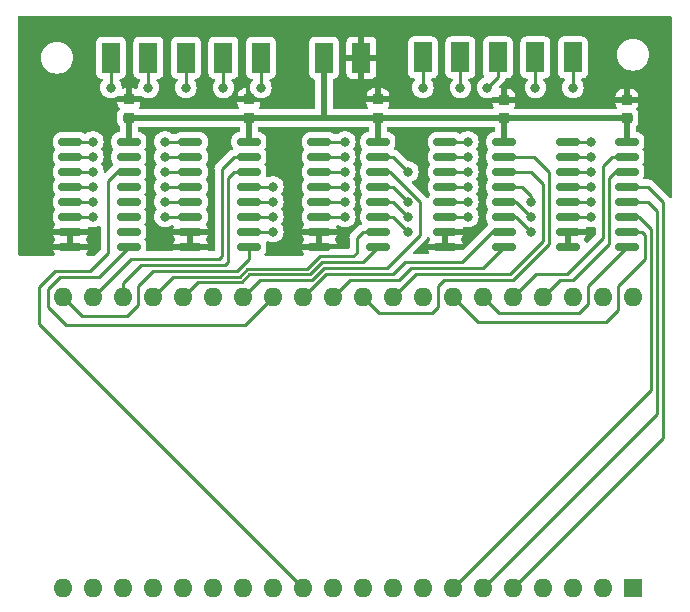
<source format=gtl>
%TF.GenerationSoftware,KiCad,Pcbnew,7.0.8*%
%TF.CreationDate,2023-11-11T14:20:26-08:00*%
%TF.ProjectId,LED Project,4c454420-5072-46f6-9a65-63742e6b6963,rev?*%
%TF.SameCoordinates,Original*%
%TF.FileFunction,Copper,L1,Top*%
%TF.FilePolarity,Positive*%
%FSLAX46Y46*%
G04 Gerber Fmt 4.6, Leading zero omitted, Abs format (unit mm)*
G04 Created by KiCad (PCBNEW 7.0.8) date 2023-11-11 14:20:26*
%MOMM*%
%LPD*%
G01*
G04 APERTURE LIST*
G04 Aperture macros list*
%AMRoundRect*
0 Rectangle with rounded corners*
0 $1 Rounding radius*
0 $2 $3 $4 $5 $6 $7 $8 $9 X,Y pos of 4 corners*
0 Add a 4 corners polygon primitive as box body*
4,1,4,$2,$3,$4,$5,$6,$7,$8,$9,$2,$3,0*
0 Add four circle primitives for the rounded corners*
1,1,$1+$1,$2,$3*
1,1,$1+$1,$4,$5*
1,1,$1+$1,$6,$7*
1,1,$1+$1,$8,$9*
0 Add four rect primitives between the rounded corners*
20,1,$1+$1,$2,$3,$4,$5,0*
20,1,$1+$1,$4,$5,$6,$7,0*
20,1,$1+$1,$6,$7,$8,$9,0*
20,1,$1+$1,$8,$9,$2,$3,0*%
G04 Aperture macros list end*
%TA.AperFunction,ComponentPad*%
%ADD10R,1.600000X1.600000*%
%TD*%
%TA.AperFunction,ComponentPad*%
%ADD11O,1.600000X1.600000*%
%TD*%
%TA.AperFunction,SMDPad,CuDef*%
%ADD12RoundRect,0.225000X-0.250000X0.225000X-0.250000X-0.225000X0.250000X-0.225000X0.250000X0.225000X0*%
%TD*%
%TA.AperFunction,SMDPad,CuDef*%
%ADD13RoundRect,0.150000X-0.825000X-0.150000X0.825000X-0.150000X0.825000X0.150000X-0.825000X0.150000X0*%
%TD*%
%TA.AperFunction,SMDPad,CuDef*%
%ADD14R,1.524000X2.540000*%
%TD*%
%TA.AperFunction,ViaPad*%
%ADD15C,0.800000*%
%TD*%
%TA.AperFunction,Conductor*%
%ADD16C,0.250000*%
%TD*%
%TA.AperFunction,Conductor*%
%ADD17C,0.500000*%
%TD*%
G04 APERTURE END LIST*
D10*
%TO.P,U6,1,COM*%
%TO.N,PHASE*%
X201944500Y-132524500D03*
D11*
%TO.P,U6,2,N/C*%
%TO.N,unconnected-(U6-N{slash}C-Pad2)*%
X199404500Y-132524500D03*
%TO.P,U6,3,N/C*%
%TO.N,unconnected-(U6-N{slash}C-Pad3)*%
X196864500Y-132524500D03*
%TO.P,U6,4,N/C*%
%TO.N,unconnected-(U6-N{slash}C-Pad4)*%
X194324500Y-132524500D03*
%TO.P,U6,5,0E*%
%TO.N,SIG_E0*%
X191784500Y-132524500D03*
%TO.P,U6,6,0D*%
%TO.N,SIG_D0*%
X189244500Y-132524500D03*
%TO.P,U6,7,0C*%
%TO.N,SIG_C0*%
X186704500Y-132524500D03*
%TO.P,U6,8,DP1*%
%TO.N,PHASE*%
X184164500Y-132524500D03*
%TO.P,U6,9,1E*%
%TO.N,SIG_E1*%
X181624500Y-132524500D03*
%TO.P,U6,10,1D*%
%TO.N,SIG_D1*%
X179084500Y-132524500D03*
%TO.P,U6,11,1C*%
%TO.N,SIG_C1*%
X176544500Y-132524500D03*
%TO.P,U6,12,DP2*%
%TO.N,SIG_DP*%
X174004500Y-132524500D03*
%TO.P,U6,13,2E*%
%TO.N,SIG_E2*%
X171464500Y-132524500D03*
%TO.P,U6,14,2D*%
%TO.N,SIG_D2*%
X168924500Y-132524500D03*
%TO.P,U6,15,2C*%
%TO.N,SIG_C2*%
X166384500Y-132524500D03*
%TO.P,U6,16,DP3*%
%TO.N,PHASE*%
X163844500Y-132524500D03*
%TO.P,U6,17,3E*%
%TO.N,SIG_E3*%
X161304500Y-132524500D03*
%TO.P,U6,18,3D*%
%TO.N,SIG_D3*%
X158764500Y-132524500D03*
%TO.P,U6,19,3C*%
%TO.N,SIG_C3*%
X156224500Y-132524500D03*
%TO.P,U6,20,3B*%
%TO.N,SIG_B3*%
X153684500Y-132524500D03*
%TO.P,U6,21,3A*%
%TO.N,SIG_A3*%
X153684500Y-107886500D03*
%TO.P,U6,22,3F*%
%TO.N,SIG_F3*%
X156224500Y-107886500D03*
%TO.P,U6,23,3G*%
%TO.N,SIG_G3*%
X158764500Y-107886500D03*
%TO.P,U6,24,2B*%
%TO.N,SIG_B2*%
X161304500Y-107886500D03*
%TO.P,U6,25,2A*%
%TO.N,SIG_A2*%
X163844500Y-107886500D03*
%TO.P,U6,26,2F*%
%TO.N,SIG_F2*%
X166384500Y-107886500D03*
%TO.P,U6,27,2G*%
%TO.N,SIG_G2*%
X168924500Y-107886500D03*
%TO.P,U6,28,COL*%
%TO.N,SIG_COL*%
X171464500Y-107886500D03*
%TO.P,U6,29,1B*%
%TO.N,SIG_B1*%
X174004500Y-107886500D03*
%TO.P,U6,30,1A*%
%TO.N,SIG_A1*%
X176544500Y-107886500D03*
%TO.P,U6,31,1F*%
%TO.N,SIG_F1*%
X179084500Y-107886500D03*
%TO.P,U6,32,1G*%
%TO.N,SIG_G1*%
X181624500Y-107886500D03*
%TO.P,U6,33,N/C*%
%TO.N,unconnected-(U6-N{slash}C-Pad33)*%
X184164500Y-107886500D03*
%TO.P,U6,34,0B*%
%TO.N,SIG_B0*%
X186704500Y-107886500D03*
%TO.P,U6,35,0A*%
%TO.N,SIG_A0*%
X189244500Y-107886500D03*
%TO.P,U6,36,0F*%
%TO.N,SIG_F0*%
X191784500Y-107886500D03*
%TO.P,U6,37,0G*%
%TO.N,SIG_G0*%
X194324500Y-107886500D03*
%TO.P,U6,38,N/C*%
%TO.N,unconnected-(U6-N{slash}C-Pad38)*%
X196864500Y-107886500D03*
%TO.P,U6,39,N/C*%
%TO.N,unconnected-(U6-N{slash}C-Pad39)*%
X199404500Y-107886500D03*
%TO.P,U6,40,COM*%
%TO.N,PHASE*%
X201944500Y-107886500D03*
%TD*%
D12*
%TO.P,C2,1*%
%TO.N,GND*%
X169418000Y-91160000D03*
%TO.P,C2,2*%
%TO.N,+5V*%
X169418000Y-92710000D03*
%TD*%
D13*
%TO.P,U4,1,STROBE*%
%TO.N,DIG_SEL_3*%
X164468000Y-94742000D03*
%TO.P,U4,2,2^2*%
%TO.N,DATA2*%
X164468000Y-96012000D03*
%TO.P,U4,3,2^1*%
%TO.N,DATA1*%
X164468000Y-97282000D03*
%TO.P,U4,4,2^3*%
%TO.N,DATA3*%
X164468000Y-98552000D03*
%TO.P,U4,5,2^0*%
%TO.N,DATA0*%
X164468000Y-99822000D03*
%TO.P,U4,6,FREQ.IN*%
%TO.N,PHASE*%
X164468000Y-101092000D03*
%TO.P,U4,7,VEE*%
%TO.N,GND*%
X164468000Y-102362000D03*
%TO.P,U4,8,VSS*%
X164468000Y-103632000D03*
%TO.P,U4,9,a*%
%TO.N,SIG_A3*%
X169418000Y-103632000D03*
%TO.P,U4,10,b*%
%TO.N,SIG_B3*%
X169418000Y-102362000D03*
%TO.P,U4,11,c*%
%TO.N,SIG_C3*%
X169418000Y-101092000D03*
%TO.P,U4,12,d*%
%TO.N,SIG_D3*%
X169418000Y-99822000D03*
%TO.P,U4,13,e*%
%TO.N,SIG_E3*%
X169418000Y-98552000D03*
%TO.P,U4,14,g*%
%TO.N,SIG_G3*%
X169418000Y-97282000D03*
%TO.P,U4,15,f*%
%TO.N,SIG_F3*%
X169418000Y-96012000D03*
%TO.P,U4,16,VDD*%
%TO.N,+5V*%
X169418000Y-94742000D03*
%TD*%
%TO.P,U2,1,STROBE*%
%TO.N,DIG_SEL_1*%
X186058000Y-94742000D03*
%TO.P,U2,2,2^2*%
%TO.N,DATA2*%
X186058000Y-96012000D03*
%TO.P,U2,3,2^1*%
%TO.N,DATA1*%
X186058000Y-97282000D03*
%TO.P,U2,4,2^3*%
%TO.N,DATA3*%
X186058000Y-98552000D03*
%TO.P,U2,5,2^0*%
%TO.N,DATA0*%
X186058000Y-99822000D03*
%TO.P,U2,6,FREQ.IN*%
%TO.N,PHASE*%
X186058000Y-101092000D03*
%TO.P,U2,7,VEE*%
%TO.N,GND*%
X186058000Y-102362000D03*
%TO.P,U2,8,VSS*%
X186058000Y-103632000D03*
%TO.P,U2,9,a*%
%TO.N,SIG_A1*%
X191008000Y-103632000D03*
%TO.P,U2,10,b*%
%TO.N,SIG_B1*%
X191008000Y-102362000D03*
%TO.P,U2,11,c*%
%TO.N,SIG_C1*%
X191008000Y-101092000D03*
%TO.P,U2,12,d*%
%TO.N,SIG_D1*%
X191008000Y-99822000D03*
%TO.P,U2,13,e*%
%TO.N,SIG_E1*%
X191008000Y-98552000D03*
%TO.P,U2,14,g*%
%TO.N,SIG_G1*%
X191008000Y-97282000D03*
%TO.P,U2,15,f*%
%TO.N,SIG_F1*%
X191008000Y-96012000D03*
%TO.P,U2,16,VDD*%
%TO.N,+5V*%
X191008000Y-94742000D03*
%TD*%
D12*
%TO.P,C6,1*%
%TO.N,GND*%
X191008000Y-91186000D03*
%TO.P,C6,2*%
%TO.N,+5V*%
X191008000Y-92736000D03*
%TD*%
D13*
%TO.P,U5,1,STROBE*%
%TO.N,MIS_SEL*%
X154308000Y-94742000D03*
%TO.P,U5,2,2^2*%
%TO.N,DATA2*%
X154308000Y-96012000D03*
%TO.P,U5,3,2^1*%
%TO.N,DATA1*%
X154308000Y-97282000D03*
%TO.P,U5,4,2^3*%
%TO.N,DATA3*%
X154308000Y-98552000D03*
%TO.P,U5,5,2^0*%
%TO.N,DATA0*%
X154308000Y-99822000D03*
%TO.P,U5,6,FREQ.IN*%
%TO.N,PHASE*%
X154308000Y-101092000D03*
%TO.P,U5,7,VEE*%
%TO.N,GND*%
X154308000Y-102362000D03*
%TO.P,U5,8,VSS*%
X154308000Y-103632000D03*
%TO.P,U5,9,a*%
%TO.N,SIG_COL*%
X159258000Y-103632000D03*
%TO.P,U5,10,b*%
%TO.N,unconnected-(U5-b-Pad10)*%
X159258000Y-102362000D03*
%TO.P,U5,11,c*%
%TO.N,unconnected-(U5-c-Pad11)*%
X159258000Y-101092000D03*
%TO.P,U5,12,d*%
%TO.N,unconnected-(U5-d-Pad12)*%
X159258000Y-99822000D03*
%TO.P,U5,13,e*%
%TO.N,unconnected-(U5-e-Pad13)*%
X159258000Y-98552000D03*
%TO.P,U5,14,g*%
%TO.N,SIG_DP*%
X159258000Y-97282000D03*
%TO.P,U5,15,f*%
%TO.N,unconnected-(U5-f-Pad15)*%
X159258000Y-96012000D03*
%TO.P,U5,16,VDD*%
%TO.N,+5V*%
X159258000Y-94742000D03*
%TD*%
D12*
%TO.P,C1,1*%
%TO.N,GND*%
X159258000Y-91160000D03*
%TO.P,C1,2*%
%TO.N,+5V*%
X159258000Y-92710000D03*
%TD*%
D13*
%TO.P,U1,1,STROBE*%
%TO.N,DIG_SEL_0*%
X196472000Y-94742000D03*
%TO.P,U1,2,2^2*%
%TO.N,DATA2*%
X196472000Y-96012000D03*
%TO.P,U1,3,2^1*%
%TO.N,DATA1*%
X196472000Y-97282000D03*
%TO.P,U1,4,2^3*%
%TO.N,DATA3*%
X196472000Y-98552000D03*
%TO.P,U1,5,2^0*%
%TO.N,DATA0*%
X196472000Y-99822000D03*
%TO.P,U1,6,FREQ.IN*%
%TO.N,PHASE*%
X196472000Y-101092000D03*
%TO.P,U1,7,VEE*%
%TO.N,GND*%
X196472000Y-102362000D03*
%TO.P,U1,8,VSS*%
X196472000Y-103632000D03*
%TO.P,U1,9,a*%
%TO.N,SIG_A0*%
X201422000Y-103632000D03*
%TO.P,U1,10,b*%
%TO.N,SIG_B0*%
X201422000Y-102362000D03*
%TO.P,U1,11,c*%
%TO.N,SIG_C0*%
X201422000Y-101092000D03*
%TO.P,U1,12,d*%
%TO.N,SIG_D0*%
X201422000Y-99822000D03*
%TO.P,U1,13,e*%
%TO.N,SIG_E0*%
X201422000Y-98552000D03*
%TO.P,U1,14,g*%
%TO.N,SIG_G0*%
X201422000Y-97282000D03*
%TO.P,U1,15,f*%
%TO.N,SIG_F0*%
X201422000Y-96012000D03*
%TO.P,U1,16,VDD*%
%TO.N,+5V*%
X201422000Y-94742000D03*
%TD*%
%TO.P,U3,1,STROBE*%
%TO.N,DIG_SEL_2*%
X175390000Y-94742000D03*
%TO.P,U3,2,2^2*%
%TO.N,DATA2*%
X175390000Y-96012000D03*
%TO.P,U3,3,2^1*%
%TO.N,DATA1*%
X175390000Y-97282000D03*
%TO.P,U3,4,2^3*%
%TO.N,DATA3*%
X175390000Y-98552000D03*
%TO.P,U3,5,2^0*%
%TO.N,DATA0*%
X175390000Y-99822000D03*
%TO.P,U3,6,FREQ.IN*%
%TO.N,PHASE*%
X175390000Y-101092000D03*
%TO.P,U3,7,VEE*%
%TO.N,GND*%
X175390000Y-102362000D03*
%TO.P,U3,8,VSS*%
X175390000Y-103632000D03*
%TO.P,U3,9,a*%
%TO.N,SIG_A2*%
X180340000Y-103632000D03*
%TO.P,U3,10,b*%
%TO.N,SIG_B2*%
X180340000Y-102362000D03*
%TO.P,U3,11,c*%
%TO.N,SIG_C2*%
X180340000Y-101092000D03*
%TO.P,U3,12,d*%
%TO.N,SIG_D2*%
X180340000Y-99822000D03*
%TO.P,U3,13,e*%
%TO.N,SIG_E2*%
X180340000Y-98552000D03*
%TO.P,U3,14,g*%
%TO.N,SIG_G2*%
X180340000Y-97282000D03*
%TO.P,U3,15,f*%
%TO.N,SIG_F2*%
X180340000Y-96012000D03*
%TO.P,U3,16,VDD*%
%TO.N,+5V*%
X180340000Y-94742000D03*
%TD*%
D14*
%TO.P,Conn2,1,0*%
%TO.N,DIG_SEL_0*%
X184150000Y-87603000D03*
%TO.P,Conn2,2,1*%
%TO.N,DIG_SEL_1*%
X187325000Y-87603000D03*
%TO.P,Conn2,3,2*%
%TO.N,DIG_SEL_2*%
X190500000Y-87603000D03*
%TO.P,Conn2,4,3*%
%TO.N,DIG_SEL_3*%
X193675000Y-87603000D03*
%TO.P,Conn2,5,4*%
%TO.N,MIS_SEL*%
X196850000Y-87603000D03*
%TD*%
%TO.P,Conn1,1,0*%
%TO.N,DATA0*%
X157734000Y-87630000D03*
%TO.P,Conn1,2,1*%
%TO.N,DATA1*%
X160909000Y-87630000D03*
%TO.P,Conn1,3,2*%
%TO.N,DATA2*%
X164084000Y-87630000D03*
%TO.P,Conn1,4,3*%
%TO.N,DATA3*%
X167259000Y-87630000D03*
%TO.P,Conn1,5,4*%
%TO.N,PHASE*%
X170434000Y-87630000D03*
%TD*%
D12*
%TO.P,C3,1*%
%TO.N,GND*%
X180340000Y-91160000D03*
%TO.P,C3,2*%
%TO.N,+5V*%
X180340000Y-92710000D03*
%TD*%
D14*
%TO.P,Conn3,1,Vin*%
%TO.N,+5V*%
X175768000Y-87630000D03*
%TO.P,Conn3,2,GND*%
%TO.N,GND*%
X178943000Y-87630000D03*
%TD*%
D12*
%TO.P,C4,1*%
%TO.N,GND*%
X201422000Y-91186000D03*
%TO.P,C4,2*%
%TO.N,+5V*%
X201422000Y-92736000D03*
%TD*%
D15*
%TO.N,GND*%
X177546000Y-102362000D03*
X156210000Y-102362000D03*
X203708000Y-94742000D03*
X198374000Y-102362000D03*
X187960000Y-102362000D03*
X162306000Y-102362000D03*
X172974000Y-87630000D03*
X151638000Y-103632000D03*
X151638000Y-102362000D03*
X172974000Y-90678000D03*
X203708000Y-96012000D03*
X203708000Y-97282000D03*
%TO.N,PHASE*%
X177546000Y-101092000D03*
X162306000Y-101092000D03*
X198374000Y-101092000D03*
X156210000Y-101092000D03*
X170434000Y-90170000D03*
X187960000Y-101092000D03*
%TO.N,SIG_E1*%
X193294000Y-99822000D03*
%TO.N,SIG_D1*%
X193289701Y-101096299D03*
%TO.N,SIG_C1*%
X193289701Y-102357701D03*
%TO.N,SIG_E2*%
X182880000Y-99822000D03*
%TO.N,SIG_D2*%
X182880000Y-101092000D03*
%TO.N,SIG_C2*%
X182875701Y-102357701D03*
%TO.N,SIG_E3*%
X171450000Y-98552000D03*
%TO.N,SIG_D3*%
X171450000Y-99822000D03*
%TO.N,SIG_C3*%
X171450000Y-101092000D03*
%TO.N,SIG_B3*%
X171450000Y-102362000D03*
%TO.N,SIG_F2*%
X182880000Y-97282000D03*
%TO.N,DIG_SEL_0*%
X184150000Y-90170000D03*
X198374000Y-94742000D03*
%TO.N,DATA2*%
X187960000Y-96012000D03*
X177546000Y-96012000D03*
X164084000Y-90170000D03*
X198374000Y-96012000D03*
X162306000Y-96012000D03*
X156210000Y-96012000D03*
%TO.N,DATA1*%
X187960000Y-97282000D03*
X160909000Y-90170000D03*
X177546000Y-97282000D03*
X198374000Y-97282000D03*
X162306000Y-97282000D03*
X156210000Y-97282000D03*
%TO.N,DATA3*%
X162306000Y-98552000D03*
X156210000Y-98552000D03*
X167259000Y-90170000D03*
X177546000Y-98552000D03*
X198374000Y-98552000D03*
X187960000Y-98552000D03*
%TO.N,DATA0*%
X157734000Y-90170000D03*
X162306000Y-99822000D03*
X156210000Y-99822000D03*
X187960000Y-99822000D03*
X198374000Y-99822000D03*
X177546000Y-99822000D03*
%TO.N,DIG_SEL_1*%
X187325000Y-90170000D03*
X187960000Y-94742000D03*
%TO.N,DIG_SEL_2*%
X177546000Y-94742000D03*
X189611000Y-90170000D03*
%TO.N,DIG_SEL_3*%
X193675000Y-90170000D03*
X162306000Y-94742000D03*
%TO.N,MIS_SEL*%
X156210000Y-94742000D03*
X196850000Y-90170000D03*
%TD*%
D16*
%TO.N,SIG_F1*%
X180418000Y-109220000D02*
X179084500Y-107886500D01*
X184912000Y-109220000D02*
X180418000Y-109220000D01*
X185420000Y-108712000D02*
X184912000Y-109220000D01*
X185928000Y-106426000D02*
X185420000Y-106934000D01*
X185420000Y-106934000D02*
X185420000Y-108712000D01*
X191770000Y-106426000D02*
X185928000Y-106426000D01*
X194818000Y-97282000D02*
X194818000Y-103378000D01*
X194818000Y-103378000D02*
X191770000Y-106426000D01*
X191008000Y-96012000D02*
X193548000Y-96012000D01*
X193548000Y-96012000D02*
X194818000Y-97282000D01*
%TO.N,SIG_F0*%
X199390000Y-102870000D02*
X196342000Y-105918000D01*
X196342000Y-105918000D02*
X193753000Y-105918000D01*
X200152000Y-96012000D02*
X199390000Y-96774000D01*
X199390000Y-96774000D02*
X199390000Y-102870000D01*
X201422000Y-96012000D02*
X200152000Y-96012000D01*
X193753000Y-105918000D02*
X191784500Y-107886500D01*
%TO.N,SIG_G0*%
X195785000Y-106426000D02*
X194324500Y-107886500D01*
X199898000Y-103378000D02*
X196850000Y-106426000D01*
X200447000Y-97282000D02*
X199898000Y-97831000D01*
X201422000Y-97282000D02*
X200447000Y-97282000D01*
X199898000Y-97831000D02*
X199898000Y-103378000D01*
X196850000Y-106426000D02*
X195785000Y-106426000D01*
%TO.N,SIG_G1*%
X194310000Y-98298000D02*
X193294000Y-97282000D01*
X194310000Y-103124000D02*
X194310000Y-98298000D01*
X183593000Y-105918000D02*
X191516000Y-105918000D01*
X193294000Y-97282000D02*
X191008000Y-97282000D01*
X181624500Y-107886500D02*
X183593000Y-105918000D01*
X191516000Y-105918000D02*
X194310000Y-103124000D01*
%TO.N,SIG_DP*%
X151638000Y-107059604D02*
X151638000Y-110158000D01*
X153033604Y-105664000D02*
X151638000Y-107059604D01*
X157480000Y-104140000D02*
X155956000Y-105664000D01*
X151638000Y-110158000D02*
X174004500Y-132524500D01*
X158242000Y-97282000D02*
X157480000Y-98044000D01*
X159258000Y-97282000D02*
X158242000Y-97282000D01*
X157480000Y-98044000D02*
X157480000Y-104140000D01*
X155956000Y-105664000D02*
X153033604Y-105664000D01*
%TO.N,SIG_G3*%
X168148000Y-97282000D02*
X169418000Y-97282000D01*
X167640000Y-104902000D02*
X167640000Y-97790000D01*
X160274000Y-105156000D02*
X167386000Y-105156000D01*
X167386000Y-105156000D02*
X167640000Y-104902000D01*
X167640000Y-97790000D02*
X168148000Y-97282000D01*
X158764500Y-106665500D02*
X160274000Y-105156000D01*
X158764500Y-107886500D02*
X158764500Y-106665500D01*
%TO.N,SIG_F3*%
X168148000Y-96012000D02*
X169418000Y-96012000D01*
X167132000Y-97028000D02*
X168148000Y-96012000D01*
X166878000Y-104648000D02*
X167132000Y-104394000D01*
X159463000Y-104648000D02*
X166878000Y-104648000D01*
X156224500Y-107886500D02*
X159463000Y-104648000D01*
X167132000Y-104394000D02*
X167132000Y-97028000D01*
%TO.N,SIG_COL*%
X169115000Y-110236000D02*
X171464500Y-107886500D01*
X153924000Y-110236000D02*
X169115000Y-110236000D01*
X152400000Y-108712000D02*
X153924000Y-110236000D01*
X153416000Y-106172000D02*
X152400000Y-107188000D01*
X152400000Y-107188000D02*
X152400000Y-108712000D01*
X156718000Y-106172000D02*
X153416000Y-106172000D01*
X159258000Y-103632000D02*
X156718000Y-106172000D01*
%TO.N,SIG_A3*%
X159131000Y-109474000D02*
X155272000Y-109474000D01*
X160020000Y-106934000D02*
X160020000Y-108585000D01*
X160020000Y-108585000D02*
X159131000Y-109474000D01*
X169418000Y-104648000D02*
X168402000Y-105664000D01*
X168402000Y-105664000D02*
X161290000Y-105664000D01*
X161290000Y-105664000D02*
X160020000Y-106934000D01*
X155272000Y-109474000D02*
X153684500Y-107886500D01*
X169418000Y-103632000D02*
X169418000Y-104648000D01*
D17*
%TO.N,GND*%
X164468000Y-102362000D02*
X164468000Y-103632000D01*
X175390000Y-103632000D02*
X175390000Y-102362000D01*
X175390000Y-102362000D02*
X177546000Y-102362000D01*
X186058000Y-103632000D02*
X186058000Y-102362000D01*
X162306000Y-102362000D02*
X164468000Y-102362000D01*
X186058000Y-102362000D02*
X187960000Y-102362000D01*
X154308000Y-103632000D02*
X154308000Y-102362000D01*
X196472000Y-102362000D02*
X198374000Y-102362000D01*
X196472000Y-103632000D02*
X196472000Y-102362000D01*
X154308000Y-102362000D02*
X156210000Y-102362000D01*
D16*
%TO.N,PHASE*%
X164468000Y-101092000D02*
X162306000Y-101092000D01*
X154308000Y-101092000D02*
X156210000Y-101092000D01*
X196472000Y-101092000D02*
X198374000Y-101092000D01*
X175390000Y-101092000D02*
X177546000Y-101092000D01*
X186058000Y-101092000D02*
X187960000Y-101092000D01*
X170434000Y-90170000D02*
X170434000Y-87630000D01*
%TO.N,SIG_E0*%
X201422000Y-98552000D02*
X203200000Y-98552000D01*
X204470000Y-119839000D02*
X191784500Y-132524500D01*
X204470000Y-99822000D02*
X204470000Y-119839000D01*
X203200000Y-98552000D02*
X204470000Y-99822000D01*
%TO.N,SIG_D0*%
X203962000Y-117807000D02*
X203962000Y-100584000D01*
X189244500Y-132524500D02*
X203962000Y-117807000D01*
X201422000Y-99822000D02*
X203200000Y-99822000D01*
X203962000Y-100584000D02*
X203200000Y-99822000D01*
%TO.N,SIG_C0*%
X202438000Y-101092000D02*
X201422000Y-101092000D01*
X203454000Y-102108000D02*
X202438000Y-101092000D01*
X203454000Y-115775000D02*
X203454000Y-102108000D01*
X186704500Y-132524500D02*
X203454000Y-115775000D01*
%TO.N,SIG_E1*%
X192532000Y-98552000D02*
X193294000Y-99314000D01*
X193294000Y-99314000D02*
X193294000Y-99822000D01*
X191008000Y-98552000D02*
X192532000Y-98552000D01*
%TO.N,SIG_D1*%
X193289701Y-101096299D02*
X192015402Y-99822000D01*
X192015402Y-99822000D02*
X191008000Y-99822000D01*
%TO.N,SIG_C1*%
X193289701Y-102357701D02*
X192024000Y-101092000D01*
X192024000Y-101092000D02*
X191008000Y-101092000D01*
%TO.N,SIG_E2*%
X180340000Y-98552000D02*
X181610000Y-98552000D01*
X181610000Y-98552000D02*
X182880000Y-99822000D01*
%TO.N,SIG_D2*%
X181610000Y-99822000D02*
X182880000Y-101092000D01*
X180340000Y-99822000D02*
X181610000Y-99822000D01*
%TO.N,SIG_C2*%
X180340000Y-101092000D02*
X181610000Y-101092000D01*
X181610000Y-101092000D02*
X182875701Y-102357701D01*
%TO.N,SIG_E3*%
X169418000Y-98552000D02*
X171450000Y-98552000D01*
%TO.N,SIG_D3*%
X169418000Y-99822000D02*
X171450000Y-99822000D01*
%TO.N,SIG_C3*%
X169418000Y-101092000D02*
X171450000Y-101092000D01*
%TO.N,SIG_B3*%
X169418000Y-102362000D02*
X171450000Y-102362000D01*
%TO.N,SIG_B2*%
X168630104Y-106172000D02*
X169276104Y-105526000D01*
X175453208Y-104452000D02*
X178250000Y-104452000D01*
X178562000Y-102870000D02*
X179070000Y-102362000D01*
X179070000Y-102362000D02*
X180340000Y-102362000D01*
X178562000Y-104140000D02*
X178562000Y-102870000D01*
X169276104Y-105526000D02*
X174379208Y-105526000D01*
X163019000Y-106172000D02*
X168630104Y-106172000D01*
X178250000Y-104452000D02*
X178562000Y-104140000D01*
X174379208Y-105526000D02*
X175453208Y-104452000D01*
X161304500Y-107886500D02*
X163019000Y-106172000D01*
%TO.N,SIG_A2*%
X175639604Y-104902000D02*
X174565604Y-105976000D01*
X165109000Y-106622000D02*
X163844500Y-107886500D01*
X180340000Y-103632000D02*
X179070000Y-104902000D01*
X168816500Y-106622000D02*
X165109000Y-106622000D01*
X179070000Y-104902000D02*
X175639604Y-104902000D01*
X174565604Y-105976000D02*
X169462500Y-105976000D01*
X169462500Y-105976000D02*
X168816500Y-106622000D01*
%TO.N,SIG_F2*%
X180340000Y-96012000D02*
X181610000Y-96012000D01*
X181610000Y-96012000D02*
X182880000Y-97282000D01*
%TO.N,SIG_G2*%
X170385000Y-106426000D02*
X174752000Y-106426000D01*
X174752000Y-106426000D02*
X175768000Y-105410000D01*
X168924500Y-107886500D02*
X170385000Y-106426000D01*
X181356000Y-97282000D02*
X180340000Y-97282000D01*
X183171000Y-99097000D02*
X181356000Y-97282000D01*
X181102000Y-105410000D02*
X183896000Y-102616000D01*
X175768000Y-105410000D02*
X181102000Y-105410000D01*
X183896000Y-102616000D02*
X183896000Y-99812695D01*
X183896000Y-99812695D02*
X183180305Y-99097000D01*
X183180305Y-99097000D02*
X183171000Y-99097000D01*
%TO.N,SIG_B1*%
X181610000Y-105918000D02*
X182626000Y-104902000D01*
X189992000Y-102362000D02*
X191008000Y-102362000D01*
X182626000Y-104902000D02*
X187452000Y-104902000D01*
X187452000Y-104902000D02*
X189992000Y-102362000D01*
X175973000Y-105918000D02*
X181610000Y-105918000D01*
X174004500Y-107886500D02*
X175973000Y-105918000D01*
%TO.N,SIG_A1*%
X189230000Y-105410000D02*
X183172302Y-105410000D01*
X178005000Y-106426000D02*
X176544500Y-107886500D01*
X183172302Y-105410000D02*
X182156302Y-106426000D01*
X182156302Y-106426000D02*
X178005000Y-106426000D01*
X191008000Y-103632000D02*
X189230000Y-105410000D01*
%TO.N,SIG_B0*%
X202692000Y-102362000D02*
X201422000Y-102362000D01*
X200660000Y-108966000D02*
X200660000Y-106934000D01*
X188800000Y-109982000D02*
X199644000Y-109982000D01*
X202946000Y-104648000D02*
X202946000Y-102616000D01*
X186704500Y-107886500D02*
X188800000Y-109982000D01*
X199644000Y-109982000D02*
X200660000Y-108966000D01*
X202946000Y-102616000D02*
X202692000Y-102362000D01*
X200660000Y-106934000D02*
X202946000Y-104648000D01*
%TO.N,SIG_A0*%
X190578000Y-109220000D02*
X189244500Y-107886500D01*
X201422000Y-103632000D02*
X198120000Y-106934000D01*
X198120000Y-106934000D02*
X198120000Y-108458000D01*
X198120000Y-108458000D02*
X197358000Y-109220000D01*
X197358000Y-109220000D02*
X190578000Y-109220000D01*
D17*
%TO.N,+5V*%
X159258000Y-92710000D02*
X169418000Y-92710000D01*
X169418000Y-92710000D02*
X169418000Y-94742000D01*
X190982000Y-92710000D02*
X191008000Y-92736000D01*
X180340000Y-92710000D02*
X175768000Y-92710000D01*
X191008000Y-92736000D02*
X191008000Y-94739000D01*
X169418000Y-92710000D02*
X175768000Y-92710000D01*
X191008000Y-92736000D02*
X201422000Y-92736000D01*
X180340000Y-92710000D02*
X190982000Y-92710000D01*
X191008000Y-94739000D02*
X191005000Y-94742000D01*
X180340000Y-92710000D02*
X180340000Y-94742000D01*
X201422000Y-92736000D02*
X201422000Y-94742000D01*
X175768000Y-87630000D02*
X175768000Y-92710000D01*
X159258000Y-92710000D02*
X159258000Y-94742000D01*
D16*
%TO.N,DIG_SEL_0*%
X184150000Y-87603000D02*
X184150000Y-90170000D01*
X196472000Y-94742000D02*
X198374000Y-94742000D01*
%TO.N,DATA2*%
X196472000Y-96012000D02*
X198374000Y-96012000D01*
X164468000Y-96012000D02*
X162306000Y-96012000D01*
X164084000Y-87630000D02*
X164084000Y-90170000D01*
X175390000Y-96012000D02*
X177546000Y-96012000D01*
X154308000Y-96012000D02*
X156210000Y-96012000D01*
X186058000Y-96012000D02*
X187960000Y-96012000D01*
%TO.N,DATA1*%
X175390000Y-97282000D02*
X177546000Y-97282000D01*
X154308000Y-97282000D02*
X156210000Y-97282000D01*
X164468000Y-97282000D02*
X162306000Y-97282000D01*
X196472000Y-97282000D02*
X198374000Y-97282000D01*
X160909000Y-87630000D02*
X160909000Y-90170000D01*
X186058000Y-97282000D02*
X187960000Y-97282000D01*
%TO.N,DATA3*%
X154308000Y-98552000D02*
X156210000Y-98552000D01*
X186058000Y-98552000D02*
X187960000Y-98552000D01*
X164468000Y-98552000D02*
X162306000Y-98552000D01*
X167259000Y-87630000D02*
X167259000Y-90170000D01*
X196472000Y-98552000D02*
X198374000Y-98552000D01*
X175390000Y-98552000D02*
X177546000Y-98552000D01*
%TO.N,DATA0*%
X157734000Y-87630000D02*
X157734000Y-90170000D01*
X154308000Y-99822000D02*
X156210000Y-99822000D01*
X164468000Y-99822000D02*
X162306000Y-99822000D01*
X196472000Y-99822000D02*
X198374000Y-99822000D01*
X186058000Y-99822000D02*
X187960000Y-99822000D01*
X175390000Y-99822000D02*
X177546000Y-99822000D01*
%TO.N,DIG_SEL_1*%
X186058000Y-94742000D02*
X187960000Y-94742000D01*
X187325000Y-87603000D02*
X187325000Y-90170000D01*
%TO.N,DIG_SEL_2*%
X190500000Y-89281000D02*
X190500000Y-87603000D01*
X189611000Y-90170000D02*
X190500000Y-89281000D01*
X175390000Y-94742000D02*
X177546000Y-94742000D01*
%TO.N,DIG_SEL_3*%
X164468000Y-94742000D02*
X162306000Y-94742000D01*
X193675000Y-87603000D02*
X193675000Y-90170000D01*
%TO.N,MIS_SEL*%
X154308000Y-94742000D02*
X156210000Y-94742000D01*
X196850000Y-87603000D02*
X196850000Y-90170000D01*
%TD*%
%TA.AperFunction,Conductor*%
%TO.N,GND*%
G36*
X205174539Y-84094185D02*
G01*
X205220294Y-84146989D01*
X205231500Y-84198500D01*
X205231500Y-99424318D01*
X205211815Y-99491357D01*
X205159011Y-99537112D01*
X205089853Y-99547056D01*
X205026297Y-99518031D01*
X205007181Y-99497202D01*
X204995098Y-99480570D01*
X204991890Y-99475687D01*
X204968172Y-99435582D01*
X204968163Y-99435571D01*
X204954005Y-99421413D01*
X204941370Y-99406620D01*
X204929593Y-99390412D01*
X204893693Y-99360713D01*
X204889381Y-99356790D01*
X203700803Y-98168212D01*
X203690980Y-98155950D01*
X203690759Y-98156134D01*
X203685786Y-98150123D01*
X203676712Y-98141602D01*
X203635364Y-98102773D01*
X203620239Y-98087648D01*
X203614475Y-98081883D01*
X203608986Y-98077625D01*
X203604561Y-98073847D01*
X203570582Y-98041938D01*
X203570580Y-98041936D01*
X203570577Y-98041935D01*
X203553029Y-98032288D01*
X203536763Y-98021604D01*
X203520933Y-98009325D01*
X203478168Y-97990818D01*
X203472922Y-97988248D01*
X203432093Y-97965803D01*
X203432092Y-97965802D01*
X203412693Y-97960822D01*
X203394281Y-97954518D01*
X203375898Y-97946562D01*
X203375892Y-97946560D01*
X203329874Y-97939272D01*
X203324152Y-97938087D01*
X203279021Y-97926500D01*
X203279019Y-97926500D01*
X203258984Y-97926500D01*
X203239586Y-97924973D01*
X203232162Y-97923797D01*
X203219805Y-97921840D01*
X203219804Y-97921840D01*
X203173416Y-97926225D01*
X203167578Y-97926500D01*
X202927692Y-97926500D01*
X202860653Y-97906815D01*
X202814898Y-97854011D01*
X202804954Y-97784853D01*
X202820959Y-97739380D01*
X202827654Y-97728059D01*
X202848744Y-97692398D01*
X202894598Y-97534569D01*
X202897500Y-97497694D01*
X202897500Y-97066306D01*
X202896577Y-97054583D01*
X202894598Y-97029432D01*
X202894597Y-97029426D01*
X202848745Y-96871606D01*
X202848744Y-96871603D01*
X202848744Y-96871602D01*
X202765081Y-96730135D01*
X202765078Y-96730132D01*
X202760298Y-96723969D01*
X202762750Y-96722066D01*
X202736155Y-96673421D01*
X202741104Y-96603726D01*
X202761940Y-96571304D01*
X202760298Y-96570031D01*
X202765075Y-96563870D01*
X202765081Y-96563865D01*
X202848744Y-96422398D01*
X202894598Y-96264569D01*
X202897500Y-96227694D01*
X202897500Y-95796306D01*
X202894598Y-95759431D01*
X202848744Y-95601602D01*
X202765081Y-95460135D01*
X202765078Y-95460132D01*
X202760298Y-95453969D01*
X202762750Y-95452066D01*
X202736155Y-95403421D01*
X202741104Y-95333726D01*
X202761940Y-95301304D01*
X202760298Y-95300031D01*
X202765075Y-95293870D01*
X202765081Y-95293865D01*
X202848744Y-95152398D01*
X202894598Y-94994569D01*
X202897500Y-94957694D01*
X202897500Y-94526306D01*
X202894598Y-94489431D01*
X202848744Y-94331602D01*
X202765081Y-94190135D01*
X202765079Y-94190133D01*
X202765076Y-94190129D01*
X202648870Y-94073923D01*
X202648862Y-94073917D01*
X202507396Y-93990255D01*
X202507393Y-93990254D01*
X202349573Y-93944402D01*
X202349567Y-93944401D01*
X202312696Y-93941500D01*
X202312694Y-93941500D01*
X202296500Y-93941500D01*
X202229461Y-93921815D01*
X202183706Y-93869011D01*
X202172500Y-93817500D01*
X202172500Y-93537874D01*
X202192185Y-93470835D01*
X202208819Y-93450193D01*
X202244968Y-93414044D01*
X202334003Y-93269697D01*
X202387349Y-93108708D01*
X202397500Y-93009345D01*
X202397499Y-92462656D01*
X202387349Y-92363292D01*
X202334003Y-92202303D01*
X202333999Y-92202297D01*
X202333998Y-92202294D01*
X202244970Y-92057959D01*
X202244967Y-92057955D01*
X202235339Y-92048327D01*
X202201854Y-91987004D01*
X202206838Y-91917312D01*
X202235345Y-91872959D01*
X202244573Y-91863731D01*
X202333542Y-91719492D01*
X202333547Y-91719481D01*
X202386855Y-91558606D01*
X202396999Y-91459322D01*
X202397000Y-91459309D01*
X202397000Y-91436000D01*
X200447001Y-91436000D01*
X200447001Y-91459322D01*
X200457144Y-91558607D01*
X200510452Y-91719481D01*
X200510457Y-91719492D01*
X200557897Y-91796403D01*
X200576338Y-91863795D01*
X200555416Y-91930459D01*
X200501774Y-91975228D01*
X200452359Y-91985500D01*
X191977641Y-91985500D01*
X191910602Y-91965815D01*
X191864847Y-91913011D01*
X191854903Y-91843853D01*
X191872103Y-91796403D01*
X191919542Y-91719492D01*
X191919547Y-91719481D01*
X191972855Y-91558606D01*
X191982999Y-91459322D01*
X191983000Y-91459309D01*
X191983000Y-91436000D01*
X190033001Y-91436000D01*
X190033001Y-91459322D01*
X190043144Y-91558607D01*
X190096452Y-91719481D01*
X190096457Y-91719492D01*
X190127860Y-91770403D01*
X190146301Y-91837795D01*
X190125379Y-91904459D01*
X190071737Y-91949228D01*
X190022322Y-91959500D01*
X181309641Y-91959500D01*
X181242602Y-91939815D01*
X181196847Y-91887011D01*
X181186903Y-91817853D01*
X181204103Y-91770403D01*
X181251542Y-91693492D01*
X181251547Y-91693481D01*
X181304855Y-91532606D01*
X181314999Y-91433322D01*
X181315000Y-91433309D01*
X181315000Y-91410000D01*
X179365001Y-91410000D01*
X179365001Y-91433322D01*
X179375144Y-91532607D01*
X179428452Y-91693481D01*
X179428457Y-91693492D01*
X179475897Y-91770403D01*
X179494338Y-91837795D01*
X179473416Y-91904459D01*
X179419774Y-91949228D01*
X179370359Y-91959500D01*
X176642500Y-91959500D01*
X176575461Y-91939815D01*
X176529706Y-91887011D01*
X176518500Y-91835500D01*
X176518500Y-90910000D01*
X179365000Y-90910000D01*
X180090000Y-90910000D01*
X180090000Y-90210000D01*
X180590000Y-90210000D01*
X180590000Y-90910000D01*
X181314999Y-90910000D01*
X181314999Y-90886692D01*
X181314998Y-90886677D01*
X181304855Y-90787392D01*
X181251547Y-90626518D01*
X181251542Y-90626507D01*
X181162575Y-90482271D01*
X181162572Y-90482267D01*
X181042732Y-90362427D01*
X181042728Y-90362424D01*
X180898492Y-90273457D01*
X180898481Y-90273452D01*
X180737606Y-90220144D01*
X180638322Y-90210000D01*
X180590000Y-90210000D01*
X180090000Y-90210000D01*
X180089999Y-90209999D01*
X180041693Y-90210000D01*
X180041675Y-90210001D01*
X179942392Y-90220144D01*
X179781518Y-90273452D01*
X179781507Y-90273457D01*
X179637271Y-90362424D01*
X179637267Y-90362427D01*
X179517427Y-90482267D01*
X179517424Y-90482271D01*
X179428457Y-90626507D01*
X179428452Y-90626518D01*
X179375144Y-90787393D01*
X179365000Y-90886677D01*
X179365000Y-90910000D01*
X176518500Y-90910000D01*
X176518500Y-89518266D01*
X176538185Y-89451227D01*
X176590989Y-89405472D01*
X176629250Y-89394976D01*
X176637483Y-89394091D01*
X176772328Y-89343797D01*
X176772327Y-89343797D01*
X176772331Y-89343796D01*
X176887546Y-89257546D01*
X176973796Y-89142331D01*
X177024091Y-89007483D01*
X177030500Y-88947873D01*
X177030499Y-87880000D01*
X177681000Y-87880000D01*
X177681000Y-88947844D01*
X177687401Y-89007372D01*
X177687403Y-89007379D01*
X177737645Y-89142086D01*
X177737649Y-89142093D01*
X177823809Y-89257187D01*
X177823812Y-89257190D01*
X177938906Y-89343350D01*
X177938913Y-89343354D01*
X178073620Y-89393596D01*
X178073627Y-89393598D01*
X178133155Y-89399999D01*
X178133172Y-89400000D01*
X178693000Y-89400000D01*
X178693000Y-87880000D01*
X179193000Y-87880000D01*
X179193000Y-89400000D01*
X179752828Y-89400000D01*
X179752844Y-89399999D01*
X179812372Y-89393598D01*
X179812379Y-89393596D01*
X179947086Y-89343354D01*
X179947093Y-89343350D01*
X180062187Y-89257190D01*
X180062190Y-89257187D01*
X180148350Y-89142093D01*
X180148354Y-89142086D01*
X180198596Y-89007379D01*
X180198598Y-89007372D01*
X180204999Y-88947844D01*
X180205000Y-88947827D01*
X180205000Y-88920870D01*
X182887500Y-88920870D01*
X182887501Y-88920876D01*
X182893908Y-88980483D01*
X182944202Y-89115328D01*
X182944206Y-89115335D01*
X183030452Y-89230544D01*
X183030455Y-89230547D01*
X183145664Y-89316793D01*
X183145671Y-89316797D01*
X183185318Y-89331584D01*
X183280517Y-89367091D01*
X183340127Y-89373500D01*
X183376920Y-89373499D01*
X183443958Y-89393182D01*
X183489714Y-89445985D01*
X183499659Y-89515143D01*
X183470636Y-89578699D01*
X183469072Y-89580470D01*
X183417466Y-89637785D01*
X183322821Y-89801715D01*
X183322818Y-89801722D01*
X183264327Y-89981740D01*
X183264326Y-89981744D01*
X183244540Y-90170000D01*
X183264326Y-90358256D01*
X183264327Y-90358259D01*
X183322818Y-90538277D01*
X183322821Y-90538284D01*
X183417467Y-90702216D01*
X183494160Y-90787392D01*
X183544129Y-90842888D01*
X183697265Y-90954148D01*
X183697270Y-90954151D01*
X183870192Y-91031142D01*
X183870197Y-91031144D01*
X184055354Y-91070500D01*
X184055355Y-91070500D01*
X184244644Y-91070500D01*
X184244646Y-91070500D01*
X184429803Y-91031144D01*
X184602730Y-90954151D01*
X184755871Y-90842888D01*
X184882533Y-90702216D01*
X184977179Y-90538284D01*
X185035674Y-90358256D01*
X185055460Y-90170000D01*
X185035674Y-89981744D01*
X184977179Y-89801716D01*
X184882533Y-89637784D01*
X184830927Y-89580470D01*
X184800698Y-89517480D01*
X184809323Y-89448144D01*
X184854065Y-89394479D01*
X184920717Y-89373521D01*
X184923078Y-89373499D01*
X184959871Y-89373499D01*
X184959872Y-89373499D01*
X185019483Y-89367091D01*
X185154331Y-89316796D01*
X185269546Y-89230546D01*
X185355796Y-89115331D01*
X185406091Y-88980483D01*
X185412500Y-88920873D01*
X185412500Y-88920870D01*
X186062500Y-88920870D01*
X186062501Y-88920876D01*
X186068908Y-88980483D01*
X186119202Y-89115328D01*
X186119206Y-89115335D01*
X186205452Y-89230544D01*
X186205455Y-89230547D01*
X186320664Y-89316793D01*
X186320671Y-89316797D01*
X186360318Y-89331584D01*
X186455517Y-89367091D01*
X186515127Y-89373500D01*
X186551920Y-89373499D01*
X186618958Y-89393182D01*
X186664714Y-89445985D01*
X186674659Y-89515143D01*
X186645636Y-89578699D01*
X186644072Y-89580470D01*
X186592466Y-89637785D01*
X186497821Y-89801715D01*
X186497818Y-89801722D01*
X186439327Y-89981740D01*
X186439326Y-89981744D01*
X186419540Y-90170000D01*
X186439326Y-90358256D01*
X186439327Y-90358259D01*
X186497818Y-90538277D01*
X186497821Y-90538284D01*
X186592467Y-90702216D01*
X186669160Y-90787392D01*
X186719129Y-90842888D01*
X186872265Y-90954148D01*
X186872270Y-90954151D01*
X187045192Y-91031142D01*
X187045197Y-91031144D01*
X187230354Y-91070500D01*
X187230355Y-91070500D01*
X187419644Y-91070500D01*
X187419646Y-91070500D01*
X187604803Y-91031144D01*
X187777730Y-90954151D01*
X187930871Y-90842888D01*
X188057533Y-90702216D01*
X188152179Y-90538284D01*
X188210674Y-90358256D01*
X188230460Y-90170000D01*
X188705540Y-90170000D01*
X188725326Y-90358256D01*
X188725327Y-90358259D01*
X188783818Y-90538277D01*
X188783821Y-90538284D01*
X188878467Y-90702216D01*
X188955160Y-90787392D01*
X189005129Y-90842888D01*
X189158265Y-90954148D01*
X189158270Y-90954151D01*
X189331192Y-91031142D01*
X189331197Y-91031144D01*
X189516354Y-91070500D01*
X189516355Y-91070500D01*
X189705644Y-91070500D01*
X189705646Y-91070500D01*
X189890803Y-91031144D01*
X190063730Y-90954151D01*
X190063735Y-90954146D01*
X190066398Y-90952611D01*
X190068383Y-90952079D01*
X190069666Y-90951508D01*
X190069756Y-90951711D01*
X190128394Y-90936000D01*
X190758000Y-90936000D01*
X190758000Y-90236000D01*
X191258000Y-90236000D01*
X191258000Y-90936000D01*
X191982999Y-90936000D01*
X191982999Y-90912692D01*
X191982998Y-90912677D01*
X191972855Y-90813392D01*
X191919547Y-90652518D01*
X191919542Y-90652507D01*
X191830575Y-90508271D01*
X191830572Y-90508267D01*
X191710732Y-90388427D01*
X191710728Y-90388424D01*
X191566492Y-90299457D01*
X191566481Y-90299452D01*
X191405606Y-90246144D01*
X191306322Y-90236000D01*
X191258000Y-90236000D01*
X190758000Y-90236000D01*
X190757999Y-90235999D01*
X190728953Y-90236000D01*
X190661913Y-90216316D01*
X190616157Y-90163513D01*
X190606213Y-90094354D01*
X190635237Y-90030798D01*
X190641256Y-90024333D01*
X190883788Y-89781801D01*
X190896042Y-89771986D01*
X190895859Y-89771764D01*
X190901866Y-89766792D01*
X190901877Y-89766786D01*
X190932775Y-89733882D01*
X190949227Y-89716364D01*
X190959671Y-89705918D01*
X190970120Y-89695471D01*
X190974379Y-89689978D01*
X190978152Y-89685561D01*
X191010062Y-89651582D01*
X191019715Y-89634020D01*
X191030389Y-89617770D01*
X191042673Y-89601936D01*
X191061180Y-89559167D01*
X191063749Y-89553924D01*
X191082997Y-89518912D01*
X191086197Y-89513092D01*
X191091177Y-89493691D01*
X191097478Y-89475288D01*
X191105438Y-89456896D01*
X191105438Y-89456895D01*
X191108538Y-89449733D01*
X191111331Y-89450942D01*
X191141298Y-89404019D01*
X191204770Y-89374812D01*
X191222769Y-89373499D01*
X191309871Y-89373499D01*
X191309872Y-89373499D01*
X191369483Y-89367091D01*
X191504331Y-89316796D01*
X191619546Y-89230546D01*
X191705796Y-89115331D01*
X191756091Y-88980483D01*
X191762500Y-88920873D01*
X191762500Y-88920870D01*
X192412500Y-88920870D01*
X192412501Y-88920876D01*
X192418908Y-88980483D01*
X192469202Y-89115328D01*
X192469206Y-89115335D01*
X192555452Y-89230544D01*
X192555455Y-89230547D01*
X192670664Y-89316793D01*
X192670671Y-89316797D01*
X192710318Y-89331584D01*
X192805517Y-89367091D01*
X192865127Y-89373500D01*
X192901920Y-89373499D01*
X192968958Y-89393182D01*
X193014714Y-89445985D01*
X193024659Y-89515143D01*
X192995636Y-89578699D01*
X192994072Y-89580470D01*
X192942466Y-89637785D01*
X192847821Y-89801715D01*
X192847818Y-89801722D01*
X192789327Y-89981740D01*
X192789326Y-89981744D01*
X192769540Y-90170000D01*
X192789326Y-90358256D01*
X192789327Y-90358259D01*
X192847818Y-90538277D01*
X192847821Y-90538284D01*
X192942467Y-90702216D01*
X193019160Y-90787392D01*
X193069129Y-90842888D01*
X193222265Y-90954148D01*
X193222270Y-90954151D01*
X193395192Y-91031142D01*
X193395197Y-91031144D01*
X193580354Y-91070500D01*
X193580355Y-91070500D01*
X193769644Y-91070500D01*
X193769646Y-91070500D01*
X193954803Y-91031144D01*
X194127730Y-90954151D01*
X194280871Y-90842888D01*
X194407533Y-90702216D01*
X194502179Y-90538284D01*
X194560674Y-90358256D01*
X194580460Y-90170000D01*
X194560674Y-89981744D01*
X194502179Y-89801716D01*
X194407533Y-89637784D01*
X194355927Y-89580470D01*
X194325698Y-89517480D01*
X194334323Y-89448144D01*
X194379065Y-89394479D01*
X194445717Y-89373521D01*
X194448078Y-89373499D01*
X194484871Y-89373499D01*
X194484872Y-89373499D01*
X194544483Y-89367091D01*
X194679331Y-89316796D01*
X194794546Y-89230546D01*
X194880796Y-89115331D01*
X194931091Y-88980483D01*
X194937500Y-88920873D01*
X194937500Y-88920870D01*
X195587500Y-88920870D01*
X195587501Y-88920876D01*
X195593908Y-88980483D01*
X195644202Y-89115328D01*
X195644206Y-89115335D01*
X195730452Y-89230544D01*
X195730455Y-89230547D01*
X195845664Y-89316793D01*
X195845671Y-89316797D01*
X195885318Y-89331584D01*
X195980517Y-89367091D01*
X196040127Y-89373500D01*
X196076920Y-89373499D01*
X196143958Y-89393182D01*
X196189714Y-89445985D01*
X196199659Y-89515143D01*
X196170636Y-89578699D01*
X196169072Y-89580470D01*
X196117466Y-89637785D01*
X196022821Y-89801715D01*
X196022818Y-89801722D01*
X195964327Y-89981740D01*
X195964326Y-89981744D01*
X195944540Y-90170000D01*
X195964326Y-90358256D01*
X195964327Y-90358259D01*
X196022818Y-90538277D01*
X196022821Y-90538284D01*
X196117467Y-90702216D01*
X196194160Y-90787392D01*
X196244129Y-90842888D01*
X196397265Y-90954148D01*
X196397270Y-90954151D01*
X196570192Y-91031142D01*
X196570197Y-91031144D01*
X196755354Y-91070500D01*
X196755355Y-91070500D01*
X196944644Y-91070500D01*
X196944646Y-91070500D01*
X197129803Y-91031144D01*
X197302730Y-90954151D01*
X197327713Y-90936000D01*
X200447000Y-90936000D01*
X201172000Y-90936000D01*
X201172000Y-90236000D01*
X201672000Y-90236000D01*
X201672000Y-90936000D01*
X202396999Y-90936000D01*
X202396999Y-90912692D01*
X202396998Y-90912677D01*
X202386855Y-90813392D01*
X202333547Y-90652518D01*
X202333542Y-90652507D01*
X202244575Y-90508271D01*
X202244572Y-90508267D01*
X202124732Y-90388427D01*
X202124728Y-90388424D01*
X201980492Y-90299457D01*
X201980481Y-90299452D01*
X201819606Y-90246144D01*
X201720322Y-90236000D01*
X201672000Y-90236000D01*
X201172000Y-90236000D01*
X201171999Y-90235999D01*
X201123693Y-90236000D01*
X201123675Y-90236001D01*
X201024392Y-90246144D01*
X200863518Y-90299452D01*
X200863507Y-90299457D01*
X200719271Y-90388424D01*
X200719267Y-90388427D01*
X200599427Y-90508267D01*
X200599424Y-90508271D01*
X200510457Y-90652507D01*
X200510452Y-90652518D01*
X200457144Y-90813393D01*
X200447000Y-90912677D01*
X200447000Y-90936000D01*
X197327713Y-90936000D01*
X197455871Y-90842888D01*
X197582533Y-90702216D01*
X197677179Y-90538284D01*
X197735674Y-90358256D01*
X197755460Y-90170000D01*
X197735674Y-89981744D01*
X197677179Y-89801716D01*
X197582533Y-89637784D01*
X197530927Y-89580470D01*
X197500698Y-89517480D01*
X197509323Y-89448144D01*
X197554065Y-89394479D01*
X197620717Y-89373521D01*
X197623078Y-89373499D01*
X197659871Y-89373499D01*
X197659872Y-89373499D01*
X197719483Y-89367091D01*
X197854331Y-89316796D01*
X197969546Y-89230546D01*
X198055796Y-89115331D01*
X198106091Y-88980483D01*
X198112500Y-88920873D01*
X198112499Y-87376000D01*
X200574341Y-87376000D01*
X200594936Y-87611403D01*
X200594938Y-87611413D01*
X200656094Y-87839655D01*
X200656096Y-87839659D01*
X200656097Y-87839663D01*
X200668105Y-87865413D01*
X200755964Y-88053828D01*
X200755965Y-88053830D01*
X200891505Y-88247402D01*
X201058597Y-88414494D01*
X201252169Y-88550034D01*
X201252171Y-88550035D01*
X201466337Y-88649903D01*
X201694592Y-88711063D01*
X201871034Y-88726500D01*
X201988966Y-88726500D01*
X202165408Y-88711063D01*
X202393663Y-88649903D01*
X202607829Y-88550035D01*
X202801401Y-88414495D01*
X202968495Y-88247401D01*
X203104035Y-88053830D01*
X203203903Y-87839663D01*
X203265063Y-87611408D01*
X203285659Y-87376000D01*
X203265063Y-87140592D01*
X203203903Y-86912337D01*
X203104035Y-86698171D01*
X203104034Y-86698169D01*
X202968494Y-86504597D01*
X202801402Y-86337505D01*
X202607830Y-86201965D01*
X202607828Y-86201964D01*
X202500746Y-86152031D01*
X202393663Y-86102097D01*
X202393659Y-86102096D01*
X202393655Y-86102094D01*
X202165413Y-86040938D01*
X202165403Y-86040936D01*
X201988966Y-86025500D01*
X201871034Y-86025500D01*
X201694596Y-86040936D01*
X201694586Y-86040938D01*
X201466344Y-86102094D01*
X201466335Y-86102098D01*
X201252171Y-86201964D01*
X201252169Y-86201965D01*
X201058597Y-86337505D01*
X200891506Y-86504597D01*
X200891501Y-86504604D01*
X200755967Y-86698165D01*
X200755965Y-86698169D01*
X200656098Y-86912335D01*
X200656094Y-86912344D01*
X200594938Y-87140586D01*
X200594936Y-87140596D01*
X200574341Y-87375999D01*
X200574341Y-87376000D01*
X198112499Y-87376000D01*
X198112499Y-86285128D01*
X198106091Y-86225517D01*
X198097306Y-86201964D01*
X198055797Y-86090671D01*
X198055793Y-86090664D01*
X197969547Y-85975455D01*
X197969544Y-85975452D01*
X197854335Y-85889206D01*
X197854328Y-85889202D01*
X197719482Y-85838908D01*
X197719483Y-85838908D01*
X197659883Y-85832501D01*
X197659881Y-85832500D01*
X197659873Y-85832500D01*
X197659864Y-85832500D01*
X196040129Y-85832500D01*
X196040123Y-85832501D01*
X195980516Y-85838908D01*
X195845671Y-85889202D01*
X195845664Y-85889206D01*
X195730455Y-85975452D01*
X195730452Y-85975455D01*
X195644206Y-86090664D01*
X195644202Y-86090671D01*
X195593908Y-86225517D01*
X195590994Y-86252627D01*
X195587501Y-86285123D01*
X195587500Y-86285135D01*
X195587500Y-88920870D01*
X194937500Y-88920870D01*
X194937499Y-86285128D01*
X194931091Y-86225517D01*
X194922306Y-86201964D01*
X194880797Y-86090671D01*
X194880793Y-86090664D01*
X194794547Y-85975455D01*
X194794544Y-85975452D01*
X194679335Y-85889206D01*
X194679328Y-85889202D01*
X194544482Y-85838908D01*
X194544483Y-85838908D01*
X194484883Y-85832501D01*
X194484881Y-85832500D01*
X194484873Y-85832500D01*
X194484864Y-85832500D01*
X192865129Y-85832500D01*
X192865123Y-85832501D01*
X192805516Y-85838908D01*
X192670671Y-85889202D01*
X192670664Y-85889206D01*
X192555455Y-85975452D01*
X192555452Y-85975455D01*
X192469206Y-86090664D01*
X192469202Y-86090671D01*
X192418908Y-86225517D01*
X192415994Y-86252627D01*
X192412501Y-86285123D01*
X192412500Y-86285135D01*
X192412500Y-88920870D01*
X191762500Y-88920870D01*
X191762499Y-86285128D01*
X191756091Y-86225517D01*
X191747306Y-86201964D01*
X191705797Y-86090671D01*
X191705793Y-86090664D01*
X191619547Y-85975455D01*
X191619544Y-85975452D01*
X191504335Y-85889206D01*
X191504328Y-85889202D01*
X191369482Y-85838908D01*
X191369483Y-85838908D01*
X191309883Y-85832501D01*
X191309881Y-85832500D01*
X191309873Y-85832500D01*
X191309864Y-85832500D01*
X189690129Y-85832500D01*
X189690123Y-85832501D01*
X189630516Y-85838908D01*
X189495671Y-85889202D01*
X189495664Y-85889206D01*
X189380455Y-85975452D01*
X189380452Y-85975455D01*
X189294206Y-86090664D01*
X189294202Y-86090671D01*
X189243908Y-86225517D01*
X189240994Y-86252627D01*
X189237501Y-86285123D01*
X189237500Y-86285135D01*
X189237500Y-88920870D01*
X189237501Y-88920876D01*
X189243908Y-88980483D01*
X189294202Y-89115328D01*
X189294204Y-89115331D01*
X189318990Y-89148441D01*
X189343407Y-89213906D01*
X189328555Y-89282179D01*
X189279150Y-89331584D01*
X189270160Y-89336031D01*
X189158267Y-89385850D01*
X189158265Y-89385851D01*
X189005129Y-89497111D01*
X188878466Y-89637785D01*
X188783821Y-89801715D01*
X188783818Y-89801722D01*
X188725327Y-89981740D01*
X188725326Y-89981744D01*
X188705540Y-90170000D01*
X188230460Y-90170000D01*
X188210674Y-89981744D01*
X188152179Y-89801716D01*
X188057533Y-89637784D01*
X188005927Y-89580470D01*
X187975698Y-89517480D01*
X187984323Y-89448144D01*
X188029065Y-89394479D01*
X188095717Y-89373521D01*
X188098078Y-89373499D01*
X188134871Y-89373499D01*
X188134872Y-89373499D01*
X188194483Y-89367091D01*
X188329331Y-89316796D01*
X188444546Y-89230546D01*
X188530796Y-89115331D01*
X188581091Y-88980483D01*
X188587500Y-88920873D01*
X188587499Y-86285128D01*
X188581091Y-86225517D01*
X188572306Y-86201964D01*
X188530797Y-86090671D01*
X188530793Y-86090664D01*
X188444547Y-85975455D01*
X188444544Y-85975452D01*
X188329335Y-85889206D01*
X188329328Y-85889202D01*
X188194482Y-85838908D01*
X188194483Y-85838908D01*
X188134883Y-85832501D01*
X188134881Y-85832500D01*
X188134873Y-85832500D01*
X188134864Y-85832500D01*
X186515129Y-85832500D01*
X186515123Y-85832501D01*
X186455516Y-85838908D01*
X186320671Y-85889202D01*
X186320664Y-85889206D01*
X186205455Y-85975452D01*
X186205452Y-85975455D01*
X186119206Y-86090664D01*
X186119202Y-86090671D01*
X186068908Y-86225517D01*
X186065994Y-86252627D01*
X186062501Y-86285123D01*
X186062500Y-86285135D01*
X186062500Y-88920870D01*
X185412500Y-88920870D01*
X185412499Y-86285128D01*
X185406091Y-86225517D01*
X185397306Y-86201964D01*
X185355797Y-86090671D01*
X185355793Y-86090664D01*
X185269547Y-85975455D01*
X185269544Y-85975452D01*
X185154335Y-85889206D01*
X185154328Y-85889202D01*
X185019482Y-85838908D01*
X185019483Y-85838908D01*
X184959883Y-85832501D01*
X184959881Y-85832500D01*
X184959873Y-85832500D01*
X184959864Y-85832500D01*
X183340129Y-85832500D01*
X183340123Y-85832501D01*
X183280516Y-85838908D01*
X183145671Y-85889202D01*
X183145664Y-85889206D01*
X183030455Y-85975452D01*
X183030452Y-85975455D01*
X182944206Y-86090664D01*
X182944202Y-86090671D01*
X182893908Y-86225517D01*
X182890994Y-86252627D01*
X182887501Y-86285123D01*
X182887500Y-86285135D01*
X182887500Y-88920870D01*
X180205000Y-88920870D01*
X180205000Y-87880000D01*
X179193000Y-87880000D01*
X178693000Y-87880000D01*
X177681000Y-87880000D01*
X177030499Y-87880000D01*
X177030499Y-87380000D01*
X177681000Y-87380000D01*
X178693000Y-87380000D01*
X178693000Y-85860000D01*
X179193000Y-85860000D01*
X179193000Y-87380000D01*
X180205000Y-87380000D01*
X180205000Y-86312172D01*
X180204999Y-86312155D01*
X180198598Y-86252627D01*
X180198596Y-86252620D01*
X180148354Y-86117913D01*
X180148350Y-86117906D01*
X180062190Y-86002812D01*
X180062187Y-86002809D01*
X179947093Y-85916649D01*
X179947086Y-85916645D01*
X179812379Y-85866403D01*
X179812372Y-85866401D01*
X179752844Y-85860000D01*
X179193000Y-85860000D01*
X178693000Y-85860000D01*
X178133155Y-85860000D01*
X178073627Y-85866401D01*
X178073620Y-85866403D01*
X177938913Y-85916645D01*
X177938906Y-85916649D01*
X177823812Y-86002809D01*
X177823809Y-86002812D01*
X177737649Y-86117906D01*
X177737645Y-86117913D01*
X177687403Y-86252620D01*
X177687401Y-86252627D01*
X177681000Y-86312155D01*
X177681000Y-87380000D01*
X177030499Y-87380000D01*
X177030499Y-86312128D01*
X177024091Y-86252517D01*
X177014020Y-86225516D01*
X176973797Y-86117671D01*
X176973793Y-86117664D01*
X176887547Y-86002455D01*
X176887544Y-86002452D01*
X176772335Y-85916206D01*
X176772328Y-85916202D01*
X176637482Y-85865908D01*
X176637483Y-85865908D01*
X176577883Y-85859501D01*
X176577881Y-85859500D01*
X176577873Y-85859500D01*
X176577864Y-85859500D01*
X174958129Y-85859500D01*
X174958123Y-85859501D01*
X174898516Y-85865908D01*
X174763671Y-85916202D01*
X174763664Y-85916206D01*
X174648455Y-86002452D01*
X174648452Y-86002455D01*
X174562206Y-86117664D01*
X174562202Y-86117671D01*
X174511908Y-86252517D01*
X174508402Y-86285135D01*
X174505501Y-86312123D01*
X174505500Y-86312135D01*
X174505500Y-88947870D01*
X174505501Y-88947876D01*
X174511908Y-89007483D01*
X174562202Y-89142328D01*
X174562206Y-89142335D01*
X174648452Y-89257544D01*
X174648455Y-89257547D01*
X174763664Y-89343793D01*
X174763671Y-89343797D01*
X174898517Y-89394091D01*
X174898515Y-89394091D01*
X174906756Y-89394977D01*
X174971307Y-89421715D01*
X175011155Y-89479108D01*
X175017500Y-89518266D01*
X175017500Y-91835500D01*
X174997815Y-91902539D01*
X174945011Y-91948294D01*
X174893500Y-91959500D01*
X170387641Y-91959500D01*
X170320602Y-91939815D01*
X170274847Y-91887011D01*
X170264903Y-91817853D01*
X170282103Y-91770403D01*
X170329542Y-91693492D01*
X170329547Y-91693481D01*
X170382855Y-91532606D01*
X170392999Y-91433322D01*
X170393000Y-91433309D01*
X170393000Y-91410000D01*
X168443001Y-91410000D01*
X168443001Y-91433322D01*
X168453144Y-91532607D01*
X168506452Y-91693481D01*
X168506457Y-91693492D01*
X168553897Y-91770403D01*
X168572338Y-91837795D01*
X168551416Y-91904459D01*
X168497774Y-91949228D01*
X168448359Y-91959500D01*
X160227641Y-91959500D01*
X160160602Y-91939815D01*
X160114847Y-91887011D01*
X160104903Y-91817853D01*
X160122103Y-91770403D01*
X160169542Y-91693492D01*
X160169547Y-91693481D01*
X160222855Y-91532606D01*
X160232999Y-91433322D01*
X160233000Y-91433309D01*
X160233000Y-91410000D01*
X158283001Y-91410000D01*
X158283001Y-91433322D01*
X158293144Y-91532607D01*
X158346452Y-91693481D01*
X158346457Y-91693492D01*
X158435424Y-91837728D01*
X158435427Y-91837732D01*
X158444660Y-91846965D01*
X158478145Y-91908288D01*
X158473161Y-91977980D01*
X158444663Y-92022324D01*
X158435033Y-92031953D01*
X158435029Y-92031959D01*
X158346001Y-92176294D01*
X158345996Y-92176305D01*
X158292651Y-92337290D01*
X158282500Y-92436647D01*
X158282500Y-92983337D01*
X158282501Y-92983355D01*
X158292650Y-93082707D01*
X158292651Y-93082710D01*
X158345996Y-93243694D01*
X158346001Y-93243705D01*
X158435029Y-93388040D01*
X158435032Y-93388044D01*
X158471181Y-93424193D01*
X158504666Y-93485516D01*
X158507500Y-93511874D01*
X158507500Y-93817500D01*
X158487815Y-93884539D01*
X158435011Y-93930294D01*
X158383500Y-93941500D01*
X158367304Y-93941500D01*
X158330432Y-93944401D01*
X158330426Y-93944402D01*
X158172606Y-93990254D01*
X158172603Y-93990255D01*
X158031137Y-94073917D01*
X158031129Y-94073923D01*
X157914923Y-94190129D01*
X157914917Y-94190137D01*
X157831255Y-94331603D01*
X157831254Y-94331606D01*
X157785402Y-94489426D01*
X157785401Y-94489432D01*
X157782500Y-94526304D01*
X157782500Y-94957696D01*
X157785401Y-94994567D01*
X157785402Y-94994573D01*
X157831254Y-95152393D01*
X157831255Y-95152396D01*
X157914917Y-95293862D01*
X157919702Y-95300031D01*
X157917256Y-95301927D01*
X157943857Y-95350642D01*
X157938873Y-95420334D01*
X157918069Y-95452703D01*
X157919702Y-95453969D01*
X157914917Y-95460137D01*
X157831255Y-95601603D01*
X157831254Y-95601606D01*
X157785402Y-95759426D01*
X157785401Y-95759432D01*
X157782500Y-95796304D01*
X157782500Y-96227696D01*
X157785401Y-96264567D01*
X157785402Y-96264573D01*
X157831254Y-96422393D01*
X157831255Y-96422396D01*
X157914917Y-96563862D01*
X157919702Y-96570031D01*
X157917256Y-96571927D01*
X157943857Y-96620642D01*
X157938873Y-96690334D01*
X157918073Y-96722716D01*
X157919697Y-96723976D01*
X157914911Y-96730145D01*
X157914199Y-96731349D01*
X157913209Y-96732337D01*
X157910134Y-96736303D01*
X157909633Y-96735914D01*
X157870600Y-96774946D01*
X157855580Y-96783829D01*
X157841414Y-96797995D01*
X157826624Y-96810627D01*
X157810414Y-96822404D01*
X157810411Y-96822407D01*
X157780710Y-96858309D01*
X157776777Y-96862631D01*
X157322298Y-97317109D01*
X157260975Y-97350594D01*
X157191283Y-97345610D01*
X157135350Y-97303738D01*
X157111297Y-97242391D01*
X157095674Y-97093744D01*
X157037179Y-96913716D01*
X156942533Y-96749784D01*
X156924693Y-96729971D01*
X156894464Y-96666981D01*
X156903089Y-96597646D01*
X156924694Y-96564028D01*
X156924843Y-96563862D01*
X156942533Y-96544216D01*
X157037179Y-96380284D01*
X157095674Y-96200256D01*
X157115460Y-96012000D01*
X157095674Y-95823744D01*
X157037179Y-95643716D01*
X156942533Y-95479784D01*
X156924693Y-95459971D01*
X156894464Y-95396981D01*
X156903089Y-95327646D01*
X156924694Y-95294028D01*
X156925889Y-95292701D01*
X156942533Y-95274216D01*
X157037179Y-95110284D01*
X157095674Y-94930256D01*
X157115460Y-94742000D01*
X157095674Y-94553744D01*
X157037179Y-94373716D01*
X156942533Y-94209784D01*
X156815871Y-94069112D01*
X156815870Y-94069111D01*
X156662734Y-93957851D01*
X156662729Y-93957848D01*
X156489807Y-93880857D01*
X156489802Y-93880855D01*
X156344001Y-93849865D01*
X156304646Y-93841500D01*
X156115354Y-93841500D01*
X156082897Y-93848398D01*
X155930197Y-93880855D01*
X155930192Y-93880857D01*
X155757270Y-93957848D01*
X155757265Y-93957851D01*
X155635297Y-94046466D01*
X155569490Y-94069946D01*
X155501437Y-94054120D01*
X155499292Y-94052881D01*
X155475680Y-94038917D01*
X155393398Y-93990256D01*
X155393394Y-93990255D01*
X155393393Y-93990254D01*
X155235573Y-93944402D01*
X155235567Y-93944401D01*
X155198696Y-93941500D01*
X155198694Y-93941500D01*
X153417306Y-93941500D01*
X153417304Y-93941500D01*
X153380432Y-93944401D01*
X153380426Y-93944402D01*
X153222606Y-93990254D01*
X153222603Y-93990255D01*
X153081137Y-94073917D01*
X153081129Y-94073923D01*
X152964923Y-94190129D01*
X152964917Y-94190137D01*
X152881255Y-94331603D01*
X152881254Y-94331606D01*
X152835402Y-94489426D01*
X152835401Y-94489432D01*
X152832500Y-94526304D01*
X152832500Y-94957696D01*
X152835401Y-94994567D01*
X152835402Y-94994573D01*
X152881254Y-95152393D01*
X152881255Y-95152396D01*
X152964917Y-95293862D01*
X152969702Y-95300031D01*
X152967256Y-95301927D01*
X152993857Y-95350642D01*
X152988873Y-95420334D01*
X152968069Y-95452703D01*
X152969702Y-95453969D01*
X152964917Y-95460137D01*
X152881255Y-95601603D01*
X152881254Y-95601606D01*
X152835402Y-95759426D01*
X152835401Y-95759432D01*
X152832500Y-95796304D01*
X152832500Y-96227696D01*
X152835401Y-96264567D01*
X152835402Y-96264573D01*
X152881254Y-96422393D01*
X152881255Y-96422396D01*
X152964917Y-96563862D01*
X152969702Y-96570031D01*
X152967256Y-96571927D01*
X152993857Y-96620642D01*
X152988873Y-96690334D01*
X152968069Y-96722703D01*
X152969702Y-96723969D01*
X152964917Y-96730137D01*
X152881255Y-96871603D01*
X152881254Y-96871606D01*
X152835402Y-97029426D01*
X152835401Y-97029432D01*
X152832500Y-97066304D01*
X152832500Y-97497696D01*
X152835401Y-97534567D01*
X152835402Y-97534573D01*
X152881254Y-97692393D01*
X152881255Y-97692396D01*
X152964917Y-97833862D01*
X152969702Y-97840031D01*
X152967256Y-97841927D01*
X152993857Y-97890642D01*
X152988873Y-97960334D01*
X152968069Y-97992703D01*
X152969702Y-97993969D01*
X152964917Y-98000137D01*
X152881255Y-98141603D01*
X152881254Y-98141606D01*
X152835402Y-98299426D01*
X152835401Y-98299432D01*
X152832500Y-98336304D01*
X152832500Y-98767696D01*
X152835401Y-98804567D01*
X152835402Y-98804573D01*
X152881254Y-98962393D01*
X152881255Y-98962396D01*
X152964917Y-99103862D01*
X152969702Y-99110031D01*
X152967256Y-99111927D01*
X152993857Y-99160642D01*
X152988873Y-99230334D01*
X152968069Y-99262703D01*
X152969702Y-99263969D01*
X152964917Y-99270137D01*
X152881255Y-99411603D01*
X152881254Y-99411606D01*
X152835402Y-99569426D01*
X152835401Y-99569432D01*
X152832500Y-99606304D01*
X152832500Y-100037696D01*
X152835401Y-100074567D01*
X152835402Y-100074573D01*
X152881254Y-100232393D01*
X152881255Y-100232396D01*
X152964917Y-100373862D01*
X152969702Y-100380031D01*
X152967256Y-100381927D01*
X152993857Y-100430642D01*
X152988873Y-100500334D01*
X152968069Y-100532703D01*
X152969702Y-100533969D01*
X152964917Y-100540137D01*
X152881255Y-100681603D01*
X152881254Y-100681606D01*
X152835402Y-100839426D01*
X152835401Y-100839432D01*
X152832500Y-100876304D01*
X152832500Y-101307696D01*
X152835401Y-101344567D01*
X152835402Y-101344573D01*
X152881254Y-101502393D01*
X152881255Y-101502396D01*
X152964917Y-101643862D01*
X152969702Y-101650031D01*
X152967369Y-101651840D01*
X152994210Y-101700995D01*
X152989226Y-101770687D01*
X152968470Y-101803021D01*
X152970097Y-101804283D01*
X152965313Y-101810449D01*
X152881718Y-101951801D01*
X152835899Y-102109513D01*
X152835704Y-102111998D01*
X152835705Y-102112000D01*
X155780295Y-102112000D01*
X155780295Y-102111998D01*
X155780100Y-102109511D01*
X155780099Y-102109509D01*
X155779608Y-102107817D01*
X155779610Y-102106831D01*
X155778962Y-102103280D01*
X155779620Y-102103159D01*
X155779803Y-102037948D01*
X155817741Y-101979276D01*
X155881378Y-101950428D01*
X155924463Y-101951925D01*
X155930196Y-101953143D01*
X155930197Y-101953144D01*
X156115354Y-101992500D01*
X156115355Y-101992500D01*
X156304644Y-101992500D01*
X156304646Y-101992500D01*
X156489803Y-101953144D01*
X156662730Y-101876151D01*
X156662736Y-101876147D01*
X156668363Y-101872899D01*
X156669904Y-101875569D01*
X156722948Y-101856415D01*
X156791062Y-101871980D01*
X156839948Y-101921900D01*
X156854500Y-101980185D01*
X156854500Y-103829547D01*
X156834815Y-103896586D01*
X156818181Y-103917228D01*
X156377728Y-104357681D01*
X156316405Y-104391166D01*
X156290047Y-104394000D01*
X155739602Y-104394000D01*
X155672563Y-104374315D01*
X155626808Y-104321511D01*
X155616864Y-104252353D01*
X155645889Y-104188797D01*
X155650251Y-104184112D01*
X155650685Y-104183552D01*
X155734281Y-104042198D01*
X155780100Y-103884486D01*
X155780295Y-103882001D01*
X155780295Y-103882000D01*
X152835705Y-103882000D01*
X152835704Y-103882001D01*
X152835899Y-103884486D01*
X152881718Y-104042198D01*
X152965314Y-104183552D01*
X152970100Y-104189722D01*
X152968710Y-104190800D01*
X152997564Y-104243642D01*
X152992580Y-104313334D01*
X152950708Y-104369267D01*
X152885244Y-104393684D01*
X152876398Y-104394000D01*
X149984500Y-104394000D01*
X149917461Y-104374315D01*
X149871706Y-104321511D01*
X149860500Y-104270000D01*
X149860500Y-103381998D01*
X152835704Y-103381998D01*
X152835705Y-103382000D01*
X154058000Y-103382000D01*
X154058000Y-102612000D01*
X154558000Y-102612000D01*
X154558000Y-103382000D01*
X155780295Y-103382000D01*
X155780295Y-103381998D01*
X155780100Y-103379513D01*
X155734281Y-103221801D01*
X155650685Y-103080447D01*
X155645900Y-103074278D01*
X155648252Y-103072453D01*
X155621445Y-103023405D01*
X155626402Y-102953712D01*
X155647465Y-102920936D01*
X155645900Y-102919722D01*
X155650685Y-102913552D01*
X155734281Y-102772198D01*
X155780100Y-102614486D01*
X155780295Y-102612001D01*
X155780295Y-102612000D01*
X154558000Y-102612000D01*
X154058000Y-102612000D01*
X152835705Y-102612000D01*
X152835704Y-102612001D01*
X152835899Y-102614486D01*
X152881718Y-102772198D01*
X152965314Y-102913552D01*
X152970100Y-102919722D01*
X152967753Y-102921542D01*
X152994564Y-102970642D01*
X152989580Y-103040334D01*
X152968541Y-103073069D01*
X152970100Y-103074278D01*
X152965314Y-103080447D01*
X152881718Y-103221801D01*
X152835899Y-103379513D01*
X152835704Y-103381998D01*
X149860500Y-103381998D01*
X149860500Y-87630000D01*
X151806341Y-87630000D01*
X151826936Y-87865403D01*
X151826938Y-87865413D01*
X151888094Y-88093655D01*
X151888096Y-88093659D01*
X151888097Y-88093663D01*
X151938031Y-88200746D01*
X151987964Y-88307828D01*
X151987965Y-88307830D01*
X152123505Y-88501402D01*
X152290597Y-88668494D01*
X152484169Y-88804034D01*
X152484171Y-88804035D01*
X152698337Y-88903903D01*
X152926592Y-88965063D01*
X153103034Y-88980500D01*
X153220966Y-88980500D01*
X153397408Y-88965063D01*
X153461574Y-88947870D01*
X156471500Y-88947870D01*
X156471501Y-88947876D01*
X156477908Y-89007483D01*
X156528202Y-89142328D01*
X156528206Y-89142335D01*
X156614452Y-89257544D01*
X156614455Y-89257547D01*
X156729664Y-89343793D01*
X156729671Y-89343797D01*
X156774618Y-89360561D01*
X156864517Y-89394091D01*
X156924127Y-89400500D01*
X156936605Y-89400499D01*
X157003643Y-89420179D01*
X157049401Y-89472980D01*
X157059349Y-89542138D01*
X157030328Y-89605696D01*
X157028761Y-89607470D01*
X157001466Y-89637784D01*
X156906821Y-89801715D01*
X156906818Y-89801722D01*
X156848327Y-89981740D01*
X156848326Y-89981744D01*
X156828540Y-90170000D01*
X156848326Y-90358256D01*
X156848327Y-90358259D01*
X156906818Y-90538277D01*
X156906821Y-90538284D01*
X157001467Y-90702216D01*
X157078160Y-90787392D01*
X157128129Y-90842888D01*
X157281265Y-90954148D01*
X157281270Y-90954151D01*
X157454192Y-91031142D01*
X157454197Y-91031144D01*
X157639354Y-91070500D01*
X157639355Y-91070500D01*
X157828644Y-91070500D01*
X157828646Y-91070500D01*
X158013803Y-91031144D01*
X158186730Y-90954151D01*
X158211713Y-90936000D01*
X158214904Y-90933682D01*
X158280710Y-90910202D01*
X158287789Y-90910000D01*
X159008000Y-90910000D01*
X159508000Y-90910000D01*
X160238405Y-90910000D01*
X160287815Y-90883019D01*
X160357507Y-90888003D01*
X160387056Y-90903864D01*
X160452632Y-90951508D01*
X160456270Y-90954151D01*
X160629192Y-91031142D01*
X160629197Y-91031144D01*
X160814354Y-91070500D01*
X160814355Y-91070500D01*
X161003644Y-91070500D01*
X161003646Y-91070500D01*
X161188803Y-91031144D01*
X161361730Y-90954151D01*
X161514871Y-90842888D01*
X161641533Y-90702216D01*
X161736179Y-90538284D01*
X161794674Y-90358256D01*
X161814460Y-90170000D01*
X161794674Y-89981744D01*
X161736179Y-89801716D01*
X161641533Y-89637784D01*
X161614238Y-89607470D01*
X161584009Y-89544480D01*
X161592634Y-89475144D01*
X161637376Y-89421479D01*
X161704028Y-89400521D01*
X161706389Y-89400499D01*
X161718871Y-89400499D01*
X161718872Y-89400499D01*
X161778483Y-89394091D01*
X161913331Y-89343796D01*
X162028546Y-89257546D01*
X162114796Y-89142331D01*
X162165091Y-89007483D01*
X162171500Y-88947873D01*
X162171500Y-88947870D01*
X162821500Y-88947870D01*
X162821501Y-88947876D01*
X162827908Y-89007483D01*
X162878202Y-89142328D01*
X162878206Y-89142335D01*
X162964452Y-89257544D01*
X162964455Y-89257547D01*
X163079664Y-89343793D01*
X163079671Y-89343797D01*
X163124618Y-89360561D01*
X163214517Y-89394091D01*
X163274127Y-89400500D01*
X163286605Y-89400499D01*
X163353643Y-89420179D01*
X163399401Y-89472980D01*
X163409349Y-89542138D01*
X163380328Y-89605696D01*
X163378761Y-89607470D01*
X163351466Y-89637784D01*
X163256821Y-89801715D01*
X163256818Y-89801722D01*
X163198327Y-89981740D01*
X163198326Y-89981744D01*
X163178540Y-90170000D01*
X163198326Y-90358256D01*
X163198327Y-90358259D01*
X163256818Y-90538277D01*
X163256821Y-90538284D01*
X163351467Y-90702216D01*
X163428160Y-90787392D01*
X163478129Y-90842888D01*
X163631265Y-90954148D01*
X163631270Y-90954151D01*
X163804192Y-91031142D01*
X163804197Y-91031144D01*
X163989354Y-91070500D01*
X163989355Y-91070500D01*
X164178644Y-91070500D01*
X164178646Y-91070500D01*
X164363803Y-91031144D01*
X164536730Y-90954151D01*
X164689871Y-90842888D01*
X164816533Y-90702216D01*
X164911179Y-90538284D01*
X164969674Y-90358256D01*
X164989460Y-90170000D01*
X164969674Y-89981744D01*
X164911179Y-89801716D01*
X164816533Y-89637784D01*
X164789238Y-89607470D01*
X164759009Y-89544480D01*
X164767634Y-89475144D01*
X164812376Y-89421479D01*
X164879028Y-89400521D01*
X164881389Y-89400499D01*
X164893871Y-89400499D01*
X164893872Y-89400499D01*
X164953483Y-89394091D01*
X165088331Y-89343796D01*
X165203546Y-89257546D01*
X165289796Y-89142331D01*
X165340091Y-89007483D01*
X165346500Y-88947873D01*
X165346500Y-88947870D01*
X165996500Y-88947870D01*
X165996501Y-88947876D01*
X166002908Y-89007483D01*
X166053202Y-89142328D01*
X166053206Y-89142335D01*
X166139452Y-89257544D01*
X166139455Y-89257547D01*
X166254664Y-89343793D01*
X166254671Y-89343797D01*
X166299618Y-89360561D01*
X166389517Y-89394091D01*
X166449127Y-89400500D01*
X166461605Y-89400499D01*
X166528643Y-89420179D01*
X166574401Y-89472980D01*
X166584349Y-89542138D01*
X166555328Y-89605696D01*
X166553761Y-89607470D01*
X166526466Y-89637784D01*
X166431821Y-89801715D01*
X166431818Y-89801722D01*
X166373327Y-89981740D01*
X166373326Y-89981744D01*
X166353540Y-90170000D01*
X166373326Y-90358256D01*
X166373327Y-90358259D01*
X166431818Y-90538277D01*
X166431821Y-90538284D01*
X166526467Y-90702216D01*
X166603160Y-90787392D01*
X166653129Y-90842888D01*
X166806265Y-90954148D01*
X166806270Y-90954151D01*
X166979192Y-91031142D01*
X166979197Y-91031144D01*
X167164354Y-91070500D01*
X167164355Y-91070500D01*
X167353644Y-91070500D01*
X167353646Y-91070500D01*
X167538803Y-91031144D01*
X167711730Y-90954151D01*
X167772499Y-90910000D01*
X168443000Y-90910000D01*
X169168000Y-90910000D01*
X169168000Y-90210000D01*
X169167999Y-90209999D01*
X169119693Y-90210000D01*
X169119675Y-90210001D01*
X169020392Y-90220144D01*
X168859518Y-90273452D01*
X168859507Y-90273457D01*
X168715271Y-90362424D01*
X168715267Y-90362427D01*
X168595427Y-90482267D01*
X168595424Y-90482271D01*
X168506457Y-90626507D01*
X168506452Y-90626518D01*
X168453144Y-90787393D01*
X168443000Y-90886677D01*
X168443000Y-90910000D01*
X167772499Y-90910000D01*
X167864871Y-90842888D01*
X167991533Y-90702216D01*
X168086179Y-90538284D01*
X168144674Y-90358256D01*
X168164460Y-90170000D01*
X168144674Y-89981744D01*
X168086179Y-89801716D01*
X167991533Y-89637784D01*
X167964238Y-89607470D01*
X167934009Y-89544480D01*
X167942634Y-89475144D01*
X167987376Y-89421479D01*
X168054028Y-89400521D01*
X168056389Y-89400499D01*
X168068871Y-89400499D01*
X168068872Y-89400499D01*
X168128483Y-89394091D01*
X168263331Y-89343796D01*
X168378546Y-89257546D01*
X168464796Y-89142331D01*
X168515091Y-89007483D01*
X168521500Y-88947873D01*
X168521500Y-88947870D01*
X169171500Y-88947870D01*
X169171501Y-88947876D01*
X169177908Y-89007483D01*
X169228202Y-89142328D01*
X169228206Y-89142335D01*
X169314452Y-89257544D01*
X169314455Y-89257547D01*
X169429664Y-89343793D01*
X169429671Y-89343797D01*
X169474618Y-89360561D01*
X169564517Y-89394091D01*
X169624127Y-89400500D01*
X169636605Y-89400499D01*
X169703643Y-89420179D01*
X169749401Y-89472980D01*
X169759349Y-89542138D01*
X169730328Y-89605696D01*
X169728761Y-89607470D01*
X169701466Y-89637784D01*
X169606821Y-89801715D01*
X169606818Y-89801722D01*
X169548327Y-89981740D01*
X169548326Y-89981744D01*
X169528540Y-90170000D01*
X169548326Y-90358256D01*
X169548327Y-90358259D01*
X169606818Y-90538277D01*
X169606821Y-90538284D01*
X169651387Y-90615474D01*
X169668000Y-90677474D01*
X169668000Y-90910000D01*
X169880211Y-90910000D01*
X169947250Y-90929685D01*
X169953096Y-90933682D01*
X169981265Y-90954148D01*
X169981270Y-90954151D01*
X170154192Y-91031142D01*
X170154197Y-91031144D01*
X170339354Y-91070500D01*
X170339355Y-91070500D01*
X170528644Y-91070500D01*
X170528646Y-91070500D01*
X170713803Y-91031144D01*
X170886730Y-90954151D01*
X171039871Y-90842888D01*
X171166533Y-90702216D01*
X171261179Y-90538284D01*
X171319674Y-90358256D01*
X171339460Y-90170000D01*
X171319674Y-89981744D01*
X171261179Y-89801716D01*
X171166533Y-89637784D01*
X171139238Y-89607470D01*
X171109009Y-89544480D01*
X171117634Y-89475144D01*
X171162376Y-89421479D01*
X171229028Y-89400521D01*
X171231389Y-89400499D01*
X171243871Y-89400499D01*
X171243872Y-89400499D01*
X171303483Y-89394091D01*
X171438331Y-89343796D01*
X171553546Y-89257546D01*
X171639796Y-89142331D01*
X171690091Y-89007483D01*
X171696500Y-88947873D01*
X171696499Y-86312128D01*
X171690091Y-86252517D01*
X171680020Y-86225516D01*
X171639797Y-86117671D01*
X171639793Y-86117664D01*
X171553547Y-86002455D01*
X171553544Y-86002452D01*
X171438335Y-85916206D01*
X171438328Y-85916202D01*
X171303482Y-85865908D01*
X171303483Y-85865908D01*
X171243883Y-85859501D01*
X171243881Y-85859500D01*
X171243873Y-85859500D01*
X171243864Y-85859500D01*
X169624129Y-85859500D01*
X169624123Y-85859501D01*
X169564516Y-85865908D01*
X169429671Y-85916202D01*
X169429664Y-85916206D01*
X169314455Y-86002452D01*
X169314452Y-86002455D01*
X169228206Y-86117664D01*
X169228202Y-86117671D01*
X169177908Y-86252517D01*
X169174402Y-86285135D01*
X169171501Y-86312123D01*
X169171500Y-86312135D01*
X169171500Y-88947870D01*
X168521500Y-88947870D01*
X168521499Y-86312128D01*
X168515091Y-86252517D01*
X168505020Y-86225516D01*
X168464797Y-86117671D01*
X168464793Y-86117664D01*
X168378547Y-86002455D01*
X168378544Y-86002452D01*
X168263335Y-85916206D01*
X168263328Y-85916202D01*
X168128482Y-85865908D01*
X168128483Y-85865908D01*
X168068883Y-85859501D01*
X168068881Y-85859500D01*
X168068873Y-85859500D01*
X168068864Y-85859500D01*
X166449129Y-85859500D01*
X166449123Y-85859501D01*
X166389516Y-85865908D01*
X166254671Y-85916202D01*
X166254664Y-85916206D01*
X166139455Y-86002452D01*
X166139452Y-86002455D01*
X166053206Y-86117664D01*
X166053202Y-86117671D01*
X166002908Y-86252517D01*
X165999402Y-86285135D01*
X165996501Y-86312123D01*
X165996500Y-86312135D01*
X165996500Y-88947870D01*
X165346500Y-88947870D01*
X165346499Y-86312128D01*
X165340091Y-86252517D01*
X165330020Y-86225516D01*
X165289797Y-86117671D01*
X165289793Y-86117664D01*
X165203547Y-86002455D01*
X165203544Y-86002452D01*
X165088335Y-85916206D01*
X165088328Y-85916202D01*
X164953482Y-85865908D01*
X164953483Y-85865908D01*
X164893883Y-85859501D01*
X164893881Y-85859500D01*
X164893873Y-85859500D01*
X164893864Y-85859500D01*
X163274129Y-85859500D01*
X163274123Y-85859501D01*
X163214516Y-85865908D01*
X163079671Y-85916202D01*
X163079664Y-85916206D01*
X162964455Y-86002452D01*
X162964452Y-86002455D01*
X162878206Y-86117664D01*
X162878202Y-86117671D01*
X162827908Y-86252517D01*
X162824402Y-86285135D01*
X162821501Y-86312123D01*
X162821500Y-86312135D01*
X162821500Y-88947870D01*
X162171500Y-88947870D01*
X162171499Y-86312128D01*
X162165091Y-86252517D01*
X162155020Y-86225516D01*
X162114797Y-86117671D01*
X162114793Y-86117664D01*
X162028547Y-86002455D01*
X162028544Y-86002452D01*
X161913335Y-85916206D01*
X161913328Y-85916202D01*
X161778482Y-85865908D01*
X161778483Y-85865908D01*
X161718883Y-85859501D01*
X161718881Y-85859500D01*
X161718873Y-85859500D01*
X161718864Y-85859500D01*
X160099129Y-85859500D01*
X160099123Y-85859501D01*
X160039516Y-85865908D01*
X159904671Y-85916202D01*
X159904664Y-85916206D01*
X159789455Y-86002452D01*
X159789452Y-86002455D01*
X159703206Y-86117664D01*
X159703202Y-86117671D01*
X159652908Y-86252517D01*
X159649402Y-86285135D01*
X159646501Y-86312123D01*
X159646500Y-86312135D01*
X159646500Y-88947870D01*
X159646501Y-88947876D01*
X159652908Y-89007483D01*
X159703202Y-89142328D01*
X159703206Y-89142335D01*
X159789452Y-89257544D01*
X159789455Y-89257547D01*
X159904664Y-89343793D01*
X159904671Y-89343797D01*
X159949618Y-89360561D01*
X160039517Y-89394091D01*
X160099127Y-89400500D01*
X160111605Y-89400499D01*
X160178643Y-89420179D01*
X160224401Y-89472980D01*
X160234349Y-89542138D01*
X160205328Y-89605696D01*
X160203761Y-89607470D01*
X160176466Y-89637784D01*
X160081821Y-89801715D01*
X160081818Y-89801722D01*
X160023327Y-89981740D01*
X160023326Y-89981744D01*
X160005525Y-90151115D01*
X160002861Y-90176463D01*
X160000725Y-90176238D01*
X159983855Y-90233694D01*
X159931051Y-90279449D01*
X159861893Y-90289393D01*
X159823509Y-90275482D01*
X159823032Y-90276507D01*
X159816481Y-90273452D01*
X159655606Y-90220144D01*
X159556322Y-90210000D01*
X159508000Y-90210000D01*
X159508000Y-90910000D01*
X159008000Y-90910000D01*
X159008000Y-90210000D01*
X159007999Y-90209999D01*
X158959693Y-90210000D01*
X158959675Y-90210001D01*
X158860393Y-90220144D01*
X158798209Y-90240749D01*
X158728381Y-90243149D01*
X158668339Y-90207417D01*
X158637148Y-90144896D01*
X158635889Y-90136026D01*
X158619674Y-89981744D01*
X158561179Y-89801716D01*
X158466533Y-89637784D01*
X158439238Y-89607470D01*
X158409009Y-89544480D01*
X158417634Y-89475144D01*
X158462376Y-89421479D01*
X158529028Y-89400521D01*
X158531389Y-89400499D01*
X158543871Y-89400499D01*
X158543872Y-89400499D01*
X158603483Y-89394091D01*
X158738331Y-89343796D01*
X158853546Y-89257546D01*
X158939796Y-89142331D01*
X158990091Y-89007483D01*
X158996500Y-88947873D01*
X158996499Y-86312128D01*
X158990091Y-86252517D01*
X158980020Y-86225516D01*
X158939797Y-86117671D01*
X158939793Y-86117664D01*
X158853547Y-86002455D01*
X158853544Y-86002452D01*
X158738335Y-85916206D01*
X158738328Y-85916202D01*
X158603482Y-85865908D01*
X158603483Y-85865908D01*
X158543883Y-85859501D01*
X158543881Y-85859500D01*
X158543873Y-85859500D01*
X158543864Y-85859500D01*
X156924129Y-85859500D01*
X156924123Y-85859501D01*
X156864516Y-85865908D01*
X156729671Y-85916202D01*
X156729664Y-85916206D01*
X156614455Y-86002452D01*
X156614452Y-86002455D01*
X156528206Y-86117664D01*
X156528202Y-86117671D01*
X156477908Y-86252517D01*
X156474402Y-86285135D01*
X156471501Y-86312123D01*
X156471500Y-86312135D01*
X156471500Y-88947870D01*
X153461574Y-88947870D01*
X153625663Y-88903903D01*
X153839829Y-88804035D01*
X154033401Y-88668495D01*
X154200495Y-88501401D01*
X154336035Y-88307830D01*
X154435903Y-88093663D01*
X154497063Y-87865408D01*
X154517659Y-87630000D01*
X154497063Y-87394592D01*
X154435903Y-87166337D01*
X154336035Y-86952171D01*
X154336034Y-86952169D01*
X154200494Y-86758597D01*
X154033402Y-86591505D01*
X153839830Y-86455965D01*
X153839828Y-86455964D01*
X153732746Y-86406031D01*
X153625663Y-86356097D01*
X153625659Y-86356096D01*
X153625655Y-86356094D01*
X153397413Y-86294938D01*
X153397403Y-86294936D01*
X153220966Y-86279500D01*
X153103034Y-86279500D01*
X152926596Y-86294936D01*
X152926586Y-86294938D01*
X152698344Y-86356094D01*
X152698335Y-86356098D01*
X152484171Y-86455964D01*
X152484169Y-86455965D01*
X152290597Y-86591505D01*
X152123506Y-86758597D01*
X152123501Y-86758604D01*
X151987967Y-86952165D01*
X151987965Y-86952169D01*
X151888098Y-87166335D01*
X151888094Y-87166344D01*
X151826938Y-87394586D01*
X151826936Y-87394596D01*
X151806341Y-87629999D01*
X151806341Y-87630000D01*
X149860500Y-87630000D01*
X149860500Y-84198500D01*
X149880185Y-84131461D01*
X149932989Y-84085706D01*
X149984500Y-84074500D01*
X205107500Y-84074500D01*
X205174539Y-84094185D01*
G37*
%TD.AperFunction*%
%TA.AperFunction,Conductor*%
G36*
X175747959Y-93460604D02*
G01*
X175811935Y-93464331D01*
X175822977Y-93462384D01*
X175844509Y-93460500D01*
X179465500Y-93460500D01*
X179532539Y-93480185D01*
X179578294Y-93532989D01*
X179589500Y-93584500D01*
X179589500Y-93817500D01*
X179569815Y-93884539D01*
X179517011Y-93930294D01*
X179465500Y-93941500D01*
X179449304Y-93941500D01*
X179412432Y-93944401D01*
X179412426Y-93944402D01*
X179254606Y-93990254D01*
X179254603Y-93990255D01*
X179113137Y-94073917D01*
X179113129Y-94073923D01*
X178996923Y-94190129D01*
X178996917Y-94190137D01*
X178913255Y-94331603D01*
X178913254Y-94331606D01*
X178867402Y-94489426D01*
X178867401Y-94489432D01*
X178864500Y-94526304D01*
X178864500Y-94957696D01*
X178867401Y-94994567D01*
X178867402Y-94994573D01*
X178913254Y-95152393D01*
X178913255Y-95152396D01*
X178996917Y-95293862D01*
X179001702Y-95300031D01*
X178999256Y-95301927D01*
X179025857Y-95350642D01*
X179020873Y-95420334D01*
X179000069Y-95452703D01*
X179001702Y-95453969D01*
X178996917Y-95460137D01*
X178913255Y-95601603D01*
X178913254Y-95601606D01*
X178867402Y-95759426D01*
X178867401Y-95759432D01*
X178864500Y-95796304D01*
X178864500Y-96227696D01*
X178867401Y-96264567D01*
X178867402Y-96264573D01*
X178913254Y-96422393D01*
X178913255Y-96422396D01*
X178996917Y-96563862D01*
X179001702Y-96570031D01*
X178999256Y-96571927D01*
X179025857Y-96620642D01*
X179020873Y-96690334D01*
X179000069Y-96722703D01*
X179001702Y-96723969D01*
X178996917Y-96730137D01*
X178913255Y-96871603D01*
X178913254Y-96871606D01*
X178867402Y-97029426D01*
X178867401Y-97029432D01*
X178864500Y-97066304D01*
X178864500Y-97497696D01*
X178867401Y-97534567D01*
X178867402Y-97534573D01*
X178913254Y-97692393D01*
X178913255Y-97692396D01*
X178996917Y-97833862D01*
X179001702Y-97840031D01*
X178999256Y-97841927D01*
X179025857Y-97890642D01*
X179020873Y-97960334D01*
X179000069Y-97992703D01*
X179001702Y-97993969D01*
X178996917Y-98000137D01*
X178913255Y-98141603D01*
X178913254Y-98141606D01*
X178867402Y-98299426D01*
X178867401Y-98299432D01*
X178864500Y-98336304D01*
X178864500Y-98767696D01*
X178867401Y-98804567D01*
X178867402Y-98804573D01*
X178913254Y-98962393D01*
X178913255Y-98962396D01*
X178996917Y-99103862D01*
X179001702Y-99110031D01*
X178999256Y-99111927D01*
X179025857Y-99160642D01*
X179020873Y-99230334D01*
X179000069Y-99262703D01*
X179001702Y-99263969D01*
X178996917Y-99270137D01*
X178913255Y-99411603D01*
X178913254Y-99411606D01*
X178867402Y-99569426D01*
X178867401Y-99569432D01*
X178864500Y-99606304D01*
X178864500Y-100037696D01*
X178867401Y-100074567D01*
X178867402Y-100074573D01*
X178913254Y-100232393D01*
X178913255Y-100232396D01*
X178996917Y-100373862D01*
X179001702Y-100380031D01*
X178999256Y-100381927D01*
X179025857Y-100430642D01*
X179020873Y-100500334D01*
X179000069Y-100532703D01*
X179001702Y-100533969D01*
X178996917Y-100540137D01*
X178913255Y-100681603D01*
X178913254Y-100681606D01*
X178867402Y-100839426D01*
X178867401Y-100839432D01*
X178864500Y-100876304D01*
X178864500Y-101307696D01*
X178867401Y-101344567D01*
X178867402Y-101344573D01*
X178913254Y-101502393D01*
X178913254Y-101502394D01*
X178958631Y-101579124D01*
X178975812Y-101646848D01*
X178953652Y-101713111D01*
X178899186Y-101756873D01*
X178897544Y-101757537D01*
X178869879Y-101768490D01*
X178864353Y-101770382D01*
X178819608Y-101783383D01*
X178819604Y-101783385D01*
X178802365Y-101793580D01*
X178784898Y-101802137D01*
X178766269Y-101809512D01*
X178766267Y-101809513D01*
X178728564Y-101836906D01*
X178723682Y-101840112D01*
X178683580Y-101863828D01*
X178669408Y-101878000D01*
X178654623Y-101890628D01*
X178638412Y-101902407D01*
X178608709Y-101938310D01*
X178604777Y-101942631D01*
X178178208Y-102369199D01*
X178165951Y-102379020D01*
X178166134Y-102379241D01*
X178160123Y-102384213D01*
X178112772Y-102434636D01*
X178091889Y-102455519D01*
X178091877Y-102455532D01*
X178087621Y-102461017D01*
X178083837Y-102465447D01*
X178051937Y-102499418D01*
X178051936Y-102499420D01*
X178042284Y-102516976D01*
X178031610Y-102533226D01*
X178019329Y-102549061D01*
X178019324Y-102549068D01*
X178000815Y-102591838D01*
X177998245Y-102597084D01*
X177975803Y-102637906D01*
X177970822Y-102657307D01*
X177964521Y-102675710D01*
X177956562Y-102694102D01*
X177956561Y-102694105D01*
X177949271Y-102740127D01*
X177948087Y-102745846D01*
X177936501Y-102790972D01*
X177936500Y-102790982D01*
X177936500Y-102811016D01*
X177934973Y-102830415D01*
X177931840Y-102850194D01*
X177931840Y-102850195D01*
X177936225Y-102896583D01*
X177936500Y-102902421D01*
X177936500Y-103702500D01*
X177916815Y-103769539D01*
X177864011Y-103815294D01*
X177812500Y-103826500D01*
X175535945Y-103826500D01*
X175520328Y-103824776D01*
X175520301Y-103825062D01*
X175512539Y-103824327D01*
X175443411Y-103826500D01*
X175413858Y-103826500D01*
X175413137Y-103826590D01*
X175406965Y-103827369D01*
X175401153Y-103827826D01*
X175354580Y-103829290D01*
X175354577Y-103829291D01*
X175335334Y-103834881D01*
X175316291Y-103838825D01*
X175296412Y-103841336D01*
X175296411Y-103841337D01*
X175253086Y-103858490D01*
X175247560Y-103860382D01*
X175195330Y-103875559D01*
X175194932Y-103874190D01*
X175157227Y-103882000D01*
X173917705Y-103882000D01*
X173917704Y-103882001D01*
X173917899Y-103884486D01*
X173963718Y-104042198D01*
X174047314Y-104183552D01*
X174052100Y-104189722D01*
X174050710Y-104190800D01*
X174079564Y-104243642D01*
X174074580Y-104313334D01*
X174032708Y-104369267D01*
X173967244Y-104393684D01*
X173958398Y-104394000D01*
X170850309Y-104394000D01*
X170783270Y-104374315D01*
X170737515Y-104321511D01*
X170727571Y-104252353D01*
X170756596Y-104188797D01*
X170760543Y-104184558D01*
X170761075Y-104183870D01*
X170761081Y-104183865D01*
X170844744Y-104042398D01*
X170887107Y-103896586D01*
X170890597Y-103884573D01*
X170890598Y-103884567D01*
X170890605Y-103884486D01*
X170892349Y-103862315D01*
X170893500Y-103847696D01*
X170893500Y-103416304D01*
X170890800Y-103381998D01*
X173917704Y-103381998D01*
X173917705Y-103382000D01*
X175140000Y-103382000D01*
X175140000Y-102612000D01*
X175640000Y-102612000D01*
X175640000Y-103382000D01*
X176862295Y-103382000D01*
X176862295Y-103381998D01*
X176862100Y-103379513D01*
X176816281Y-103221801D01*
X176732685Y-103080447D01*
X176727900Y-103074278D01*
X176730252Y-103072453D01*
X176703445Y-103023405D01*
X176708402Y-102953712D01*
X176729465Y-102920936D01*
X176727900Y-102919722D01*
X176732685Y-102913552D01*
X176816281Y-102772198D01*
X176862100Y-102614486D01*
X176862295Y-102612001D01*
X176862295Y-102612000D01*
X175640000Y-102612000D01*
X175140000Y-102612000D01*
X173917705Y-102612000D01*
X173917704Y-102612001D01*
X173917899Y-102614486D01*
X173963718Y-102772198D01*
X174047314Y-102913552D01*
X174052100Y-102919722D01*
X174049753Y-102921542D01*
X174076564Y-102970642D01*
X174071580Y-103040334D01*
X174050541Y-103073069D01*
X174052100Y-103074278D01*
X174047314Y-103080447D01*
X173963718Y-103221801D01*
X173917899Y-103379513D01*
X173917704Y-103381998D01*
X170890800Y-103381998D01*
X170890598Y-103379432D01*
X170890597Y-103379426D01*
X170871435Y-103313471D01*
X170871634Y-103243602D01*
X170909576Y-103184932D01*
X170973214Y-103156088D01*
X171040944Y-103165596D01*
X171170197Y-103223144D01*
X171355354Y-103262500D01*
X171355355Y-103262500D01*
X171544644Y-103262500D01*
X171544646Y-103262500D01*
X171729803Y-103223144D01*
X171902730Y-103146151D01*
X172055871Y-103034888D01*
X172182533Y-102894216D01*
X172277179Y-102730284D01*
X172335674Y-102550256D01*
X172355460Y-102362000D01*
X172335674Y-102173744D01*
X172277179Y-101993716D01*
X172182533Y-101829784D01*
X172164693Y-101809971D01*
X172134464Y-101746981D01*
X172143089Y-101677646D01*
X172164694Y-101644028D01*
X172164845Y-101643860D01*
X172182533Y-101624216D01*
X172277179Y-101460284D01*
X172326758Y-101307696D01*
X173914500Y-101307696D01*
X173917401Y-101344567D01*
X173917402Y-101344573D01*
X173963254Y-101502393D01*
X173963255Y-101502396D01*
X174046917Y-101643862D01*
X174051702Y-101650031D01*
X174049369Y-101651840D01*
X174076210Y-101700995D01*
X174071226Y-101770687D01*
X174050470Y-101803021D01*
X174052097Y-101804283D01*
X174047313Y-101810449D01*
X173963718Y-101951801D01*
X173917899Y-102109513D01*
X173917704Y-102111998D01*
X173917705Y-102112000D01*
X176862295Y-102112000D01*
X176862295Y-102111998D01*
X176862100Y-102109511D01*
X176862099Y-102109505D01*
X176815357Y-101948617D01*
X176815556Y-101878747D01*
X176853498Y-101820077D01*
X176917137Y-101791234D01*
X176986267Y-101801375D01*
X177007318Y-101813704D01*
X177093265Y-101876148D01*
X177093270Y-101876151D01*
X177266192Y-101953142D01*
X177266197Y-101953144D01*
X177451354Y-101992500D01*
X177451355Y-101992500D01*
X177640644Y-101992500D01*
X177640646Y-101992500D01*
X177825803Y-101953144D01*
X177998730Y-101876151D01*
X178151871Y-101764888D01*
X178278533Y-101624216D01*
X178373179Y-101460284D01*
X178431674Y-101280256D01*
X178451460Y-101092000D01*
X178431674Y-100903744D01*
X178373179Y-100723716D01*
X178278533Y-100559784D01*
X178260693Y-100539971D01*
X178230464Y-100476981D01*
X178239089Y-100407646D01*
X178260694Y-100374028D01*
X178260843Y-100373862D01*
X178278533Y-100354216D01*
X178373179Y-100190284D01*
X178431674Y-100010256D01*
X178451460Y-99822000D01*
X178431674Y-99633744D01*
X178373179Y-99453716D01*
X178278533Y-99289784D01*
X178260693Y-99269971D01*
X178230464Y-99206981D01*
X178239089Y-99137646D01*
X178260694Y-99104028D01*
X178260843Y-99103862D01*
X178278533Y-99084216D01*
X178373179Y-98920284D01*
X178431674Y-98740256D01*
X178451460Y-98552000D01*
X178431674Y-98363744D01*
X178373179Y-98183716D01*
X178278533Y-98019784D01*
X178260693Y-97999971D01*
X178230464Y-97936981D01*
X178239089Y-97867646D01*
X178260694Y-97834028D01*
X178260843Y-97833862D01*
X178278533Y-97814216D01*
X178373179Y-97650284D01*
X178431674Y-97470256D01*
X178451460Y-97282000D01*
X178431674Y-97093744D01*
X178373179Y-96913716D01*
X178278533Y-96749784D01*
X178260693Y-96729971D01*
X178230464Y-96666981D01*
X178239089Y-96597646D01*
X178260694Y-96564028D01*
X178260843Y-96563862D01*
X178278533Y-96544216D01*
X178373179Y-96380284D01*
X178431674Y-96200256D01*
X178451460Y-96012000D01*
X178431674Y-95823744D01*
X178373179Y-95643716D01*
X178278533Y-95479784D01*
X178260693Y-95459971D01*
X178230464Y-95396981D01*
X178239089Y-95327646D01*
X178260694Y-95294028D01*
X178261889Y-95292701D01*
X178278533Y-95274216D01*
X178373179Y-95110284D01*
X178431674Y-94930256D01*
X178451460Y-94742000D01*
X178431674Y-94553744D01*
X178373179Y-94373716D01*
X178278533Y-94209784D01*
X178151871Y-94069112D01*
X178151870Y-94069111D01*
X177998734Y-93957851D01*
X177998729Y-93957848D01*
X177825807Y-93880857D01*
X177825802Y-93880855D01*
X177680001Y-93849865D01*
X177640646Y-93841500D01*
X177451354Y-93841500D01*
X177418897Y-93848398D01*
X177266197Y-93880855D01*
X177266192Y-93880857D01*
X177093270Y-93957848D01*
X177093265Y-93957851D01*
X176940130Y-94069110D01*
X176940126Y-94069114D01*
X176934400Y-94075474D01*
X176874913Y-94112121D01*
X176842252Y-94116500D01*
X176710809Y-94116500D01*
X176643770Y-94096815D01*
X176623128Y-94080181D01*
X176616870Y-94073923D01*
X176616862Y-94073917D01*
X176475396Y-93990255D01*
X176475393Y-93990254D01*
X176317573Y-93944402D01*
X176317567Y-93944401D01*
X176280696Y-93941500D01*
X176280694Y-93941500D01*
X174499306Y-93941500D01*
X174499304Y-93941500D01*
X174462432Y-93944401D01*
X174462426Y-93944402D01*
X174304606Y-93990254D01*
X174304603Y-93990255D01*
X174163137Y-94073917D01*
X174163129Y-94073923D01*
X174046923Y-94190129D01*
X174046917Y-94190137D01*
X173963255Y-94331603D01*
X173963254Y-94331606D01*
X173917402Y-94489426D01*
X173917401Y-94489432D01*
X173914500Y-94526304D01*
X173914500Y-94957696D01*
X173917401Y-94994567D01*
X173917402Y-94994573D01*
X173963254Y-95152393D01*
X173963255Y-95152396D01*
X174046917Y-95293862D01*
X174051702Y-95300031D01*
X174049256Y-95301927D01*
X174075857Y-95350642D01*
X174070873Y-95420334D01*
X174050069Y-95452703D01*
X174051702Y-95453969D01*
X174046917Y-95460137D01*
X173963255Y-95601603D01*
X173963254Y-95601606D01*
X173917402Y-95759426D01*
X173917401Y-95759432D01*
X173914500Y-95796304D01*
X173914500Y-96227696D01*
X173917401Y-96264567D01*
X173917402Y-96264573D01*
X173963254Y-96422393D01*
X173963255Y-96422396D01*
X174046917Y-96563862D01*
X174051702Y-96570031D01*
X174049256Y-96571927D01*
X174075857Y-96620642D01*
X174070873Y-96690334D01*
X174050069Y-96722703D01*
X174051702Y-96723969D01*
X174046917Y-96730137D01*
X173963255Y-96871603D01*
X173963254Y-96871606D01*
X173917402Y-97029426D01*
X173917401Y-97029432D01*
X173914500Y-97066304D01*
X173914500Y-97497696D01*
X173917401Y-97534567D01*
X173917402Y-97534573D01*
X173963254Y-97692393D01*
X173963255Y-97692396D01*
X174046917Y-97833862D01*
X174051702Y-97840031D01*
X174049256Y-97841927D01*
X174075857Y-97890642D01*
X174070873Y-97960334D01*
X174050069Y-97992703D01*
X174051702Y-97993969D01*
X174046917Y-98000137D01*
X173963255Y-98141603D01*
X173963254Y-98141606D01*
X173917402Y-98299426D01*
X173917401Y-98299432D01*
X173914500Y-98336304D01*
X173914500Y-98767696D01*
X173917401Y-98804567D01*
X173917402Y-98804573D01*
X173963254Y-98962393D01*
X173963255Y-98962396D01*
X174046917Y-99103862D01*
X174051702Y-99110031D01*
X174049256Y-99111927D01*
X174075857Y-99160642D01*
X174070873Y-99230334D01*
X174050069Y-99262703D01*
X174051702Y-99263969D01*
X174046917Y-99270137D01*
X173963255Y-99411603D01*
X173963254Y-99411606D01*
X173917402Y-99569426D01*
X173917401Y-99569432D01*
X173914500Y-99606304D01*
X173914500Y-100037696D01*
X173917401Y-100074567D01*
X173917402Y-100074573D01*
X173963254Y-100232393D01*
X173963255Y-100232396D01*
X174046917Y-100373862D01*
X174051702Y-100380031D01*
X174049256Y-100381927D01*
X174075857Y-100430642D01*
X174070873Y-100500334D01*
X174050069Y-100532703D01*
X174051702Y-100533969D01*
X174046917Y-100540137D01*
X173963255Y-100681603D01*
X173963254Y-100681606D01*
X173917402Y-100839426D01*
X173917401Y-100839432D01*
X173914500Y-100876304D01*
X173914500Y-101307696D01*
X172326758Y-101307696D01*
X172335674Y-101280256D01*
X172355460Y-101092000D01*
X172335674Y-100903744D01*
X172277179Y-100723716D01*
X172182533Y-100559784D01*
X172164693Y-100539971D01*
X172134464Y-100476981D01*
X172143089Y-100407646D01*
X172164694Y-100374028D01*
X172164843Y-100373862D01*
X172182533Y-100354216D01*
X172277179Y-100190284D01*
X172335674Y-100010256D01*
X172355460Y-99822000D01*
X172335674Y-99633744D01*
X172277179Y-99453716D01*
X172182533Y-99289784D01*
X172164693Y-99269971D01*
X172134464Y-99206981D01*
X172143089Y-99137646D01*
X172164694Y-99104028D01*
X172164843Y-99103862D01*
X172182533Y-99084216D01*
X172277179Y-98920284D01*
X172335674Y-98740256D01*
X172355460Y-98552000D01*
X172335674Y-98363744D01*
X172277179Y-98183716D01*
X172182533Y-98019784D01*
X172055871Y-97879112D01*
X172048458Y-97873726D01*
X171902734Y-97767851D01*
X171902729Y-97767848D01*
X171729807Y-97690857D01*
X171729802Y-97690855D01*
X171584001Y-97659865D01*
X171544646Y-97651500D01*
X171355354Y-97651500D01*
X171322897Y-97658398D01*
X171170197Y-97690855D01*
X171170192Y-97690857D01*
X171040947Y-97748402D01*
X170971697Y-97757687D01*
X170908420Y-97728059D01*
X170871207Y-97668924D01*
X170871435Y-97600527D01*
X170883728Y-97558214D01*
X170890598Y-97534569D01*
X170893500Y-97497694D01*
X170893500Y-97066306D01*
X170892577Y-97054583D01*
X170890598Y-97029432D01*
X170890597Y-97029426D01*
X170844745Y-96871606D01*
X170844744Y-96871603D01*
X170844744Y-96871602D01*
X170761081Y-96730135D01*
X170761078Y-96730132D01*
X170756298Y-96723969D01*
X170758750Y-96722066D01*
X170732155Y-96673421D01*
X170737104Y-96603726D01*
X170757940Y-96571304D01*
X170756298Y-96570031D01*
X170761075Y-96563870D01*
X170761081Y-96563865D01*
X170844744Y-96422398D01*
X170890598Y-96264569D01*
X170893500Y-96227694D01*
X170893500Y-95796306D01*
X170890598Y-95759431D01*
X170844744Y-95601602D01*
X170761081Y-95460135D01*
X170761078Y-95460132D01*
X170756298Y-95453969D01*
X170758750Y-95452066D01*
X170732155Y-95403421D01*
X170737104Y-95333726D01*
X170757940Y-95301304D01*
X170756298Y-95300031D01*
X170761075Y-95293870D01*
X170761081Y-95293865D01*
X170844744Y-95152398D01*
X170890598Y-94994569D01*
X170893500Y-94957694D01*
X170893500Y-94526306D01*
X170890598Y-94489431D01*
X170844744Y-94331602D01*
X170761081Y-94190135D01*
X170761079Y-94190133D01*
X170761076Y-94190129D01*
X170644870Y-94073923D01*
X170644862Y-94073917D01*
X170503396Y-93990255D01*
X170503393Y-93990254D01*
X170345573Y-93944402D01*
X170345567Y-93944401D01*
X170308696Y-93941500D01*
X170308694Y-93941500D01*
X170292500Y-93941500D01*
X170225461Y-93921815D01*
X170179706Y-93869011D01*
X170168500Y-93817500D01*
X170168500Y-93584500D01*
X170188185Y-93517461D01*
X170240989Y-93471706D01*
X170292500Y-93460500D01*
X175680279Y-93460500D01*
X175744359Y-93460500D01*
X175747959Y-93460604D01*
G37*
%TD.AperFunction*%
%TA.AperFunction,Conductor*%
G36*
X190200539Y-93480185D02*
G01*
X190246294Y-93532989D01*
X190257500Y-93584500D01*
X190257500Y-93817500D01*
X190237815Y-93884539D01*
X190185011Y-93930294D01*
X190133500Y-93941500D01*
X190117304Y-93941500D01*
X190080432Y-93944401D01*
X190080426Y-93944402D01*
X189922606Y-93990254D01*
X189922603Y-93990255D01*
X189781137Y-94073917D01*
X189781129Y-94073923D01*
X189664923Y-94190129D01*
X189664917Y-94190137D01*
X189581255Y-94331603D01*
X189581254Y-94331606D01*
X189535402Y-94489426D01*
X189535401Y-94489432D01*
X189532500Y-94526304D01*
X189532500Y-94957696D01*
X189535401Y-94994567D01*
X189535402Y-94994573D01*
X189581254Y-95152393D01*
X189581255Y-95152396D01*
X189664917Y-95293862D01*
X189669702Y-95300031D01*
X189667256Y-95301927D01*
X189693857Y-95350642D01*
X189688873Y-95420334D01*
X189668069Y-95452703D01*
X189669702Y-95453969D01*
X189664917Y-95460137D01*
X189581255Y-95601603D01*
X189581254Y-95601606D01*
X189535402Y-95759426D01*
X189535401Y-95759432D01*
X189532500Y-95796304D01*
X189532500Y-96227696D01*
X189535401Y-96264567D01*
X189535402Y-96264573D01*
X189581254Y-96422393D01*
X189581255Y-96422396D01*
X189664917Y-96563862D01*
X189669702Y-96570031D01*
X189667256Y-96571927D01*
X189693857Y-96620642D01*
X189688873Y-96690334D01*
X189668069Y-96722703D01*
X189669702Y-96723969D01*
X189664917Y-96730137D01*
X189581255Y-96871603D01*
X189581254Y-96871606D01*
X189535402Y-97029426D01*
X189535401Y-97029432D01*
X189532500Y-97066304D01*
X189532500Y-97497696D01*
X189535401Y-97534567D01*
X189535402Y-97534573D01*
X189581254Y-97692393D01*
X189581255Y-97692396D01*
X189664917Y-97833862D01*
X189669702Y-97840031D01*
X189667256Y-97841927D01*
X189693857Y-97890642D01*
X189688873Y-97960334D01*
X189668069Y-97992703D01*
X189669702Y-97993969D01*
X189664917Y-98000137D01*
X189581255Y-98141603D01*
X189581254Y-98141606D01*
X189535402Y-98299426D01*
X189535401Y-98299432D01*
X189532500Y-98336304D01*
X189532500Y-98767696D01*
X189535401Y-98804567D01*
X189535402Y-98804573D01*
X189581254Y-98962393D01*
X189581255Y-98962396D01*
X189664917Y-99103862D01*
X189669702Y-99110031D01*
X189667256Y-99111927D01*
X189693857Y-99160642D01*
X189688873Y-99230334D01*
X189668069Y-99262703D01*
X189669702Y-99263969D01*
X189664917Y-99270137D01*
X189581255Y-99411603D01*
X189581254Y-99411606D01*
X189535402Y-99569426D01*
X189535401Y-99569432D01*
X189532500Y-99606304D01*
X189532500Y-100037696D01*
X189535401Y-100074567D01*
X189535402Y-100074573D01*
X189581254Y-100232393D01*
X189581255Y-100232396D01*
X189664917Y-100373862D01*
X189669702Y-100380031D01*
X189667256Y-100381927D01*
X189693857Y-100430642D01*
X189688873Y-100500334D01*
X189668069Y-100532703D01*
X189669702Y-100533969D01*
X189664917Y-100540137D01*
X189581255Y-100681603D01*
X189581254Y-100681606D01*
X189535402Y-100839426D01*
X189535401Y-100839432D01*
X189532500Y-100876304D01*
X189532500Y-101307696D01*
X189535401Y-101344567D01*
X189535402Y-101344573D01*
X189581254Y-101502393D01*
X189581255Y-101502396D01*
X189664917Y-101643862D01*
X189669702Y-101650031D01*
X189667256Y-101651927D01*
X189693857Y-101700642D01*
X189688873Y-101770334D01*
X189668073Y-101802716D01*
X189669697Y-101803976D01*
X189664915Y-101810139D01*
X189664203Y-101811344D01*
X189663213Y-101812333D01*
X189660134Y-101816303D01*
X189659632Y-101815914D01*
X189620599Y-101854946D01*
X189605581Y-101863827D01*
X189591408Y-101878000D01*
X189576623Y-101890628D01*
X189560412Y-101902407D01*
X189530709Y-101938310D01*
X189526777Y-101942631D01*
X187623727Y-103845681D01*
X187562404Y-103879166D01*
X187536046Y-103882000D01*
X184585705Y-103882000D01*
X184585704Y-103882001D01*
X184585899Y-103884486D01*
X184631718Y-104042198D01*
X184659621Y-104089379D01*
X184676804Y-104157103D01*
X184654644Y-104223365D01*
X184600178Y-104267129D01*
X184552889Y-104276500D01*
X183419452Y-104276500D01*
X183352413Y-104256815D01*
X183306658Y-104204011D01*
X183296714Y-104134853D01*
X183325739Y-104071297D01*
X183331771Y-104064819D01*
X183568764Y-103827826D01*
X184279786Y-103116802D01*
X184292048Y-103106980D01*
X184291865Y-103106759D01*
X184297867Y-103101792D01*
X184297877Y-103101786D01*
X184345241Y-103051348D01*
X184366120Y-103030470D01*
X184370373Y-103024986D01*
X184374150Y-103020563D01*
X184406062Y-102986582D01*
X184415714Y-102969023D01*
X184426389Y-102952772D01*
X184438674Y-102936936D01*
X184457190Y-102894143D01*
X184459742Y-102888934D01*
X184468495Y-102873015D01*
X184471125Y-102868232D01*
X184520674Y-102818971D01*
X184588990Y-102804318D01*
X184654383Y-102828926D01*
X184686515Y-102864855D01*
X184715314Y-102913552D01*
X184720100Y-102919722D01*
X184717753Y-102921542D01*
X184744564Y-102970642D01*
X184739580Y-103040334D01*
X184718541Y-103073069D01*
X184720100Y-103074278D01*
X184715314Y-103080447D01*
X184631718Y-103221801D01*
X184585899Y-103379513D01*
X184585704Y-103381998D01*
X184585705Y-103382000D01*
X185808000Y-103382000D01*
X185808000Y-102612000D01*
X186308000Y-102612000D01*
X186308000Y-103382000D01*
X187530295Y-103382000D01*
X187530295Y-103381998D01*
X187530100Y-103379513D01*
X187484281Y-103221801D01*
X187400685Y-103080447D01*
X187395900Y-103074278D01*
X187398252Y-103072453D01*
X187371445Y-103023405D01*
X187376402Y-102953712D01*
X187397465Y-102920936D01*
X187395900Y-102919722D01*
X187400685Y-102913552D01*
X187484281Y-102772198D01*
X187530100Y-102614486D01*
X187530295Y-102612001D01*
X187530295Y-102612000D01*
X186308000Y-102612000D01*
X185808000Y-102612000D01*
X185808000Y-102236000D01*
X185827685Y-102168961D01*
X185880489Y-102123206D01*
X185932000Y-102112000D01*
X187530295Y-102112000D01*
X187530295Y-102111998D01*
X187530100Y-102109511D01*
X187530099Y-102109509D01*
X187529608Y-102107817D01*
X187529610Y-102106831D01*
X187528962Y-102103280D01*
X187529620Y-102103159D01*
X187529803Y-102037948D01*
X187567741Y-101979276D01*
X187631378Y-101950428D01*
X187674463Y-101951925D01*
X187680196Y-101953143D01*
X187680197Y-101953144D01*
X187865354Y-101992500D01*
X187865355Y-101992500D01*
X188054644Y-101992500D01*
X188054646Y-101992500D01*
X188239803Y-101953144D01*
X188412730Y-101876151D01*
X188565871Y-101764888D01*
X188692533Y-101624216D01*
X188787179Y-101460284D01*
X188845674Y-101280256D01*
X188865460Y-101092000D01*
X188845674Y-100903744D01*
X188787179Y-100723716D01*
X188692533Y-100559784D01*
X188674693Y-100539971D01*
X188644464Y-100476981D01*
X188653089Y-100407646D01*
X188674694Y-100374028D01*
X188674843Y-100373862D01*
X188692533Y-100354216D01*
X188787179Y-100190284D01*
X188845674Y-100010256D01*
X188865460Y-99822000D01*
X188845674Y-99633744D01*
X188787179Y-99453716D01*
X188692533Y-99289784D01*
X188674693Y-99269971D01*
X188644464Y-99206981D01*
X188653089Y-99137646D01*
X188674694Y-99104028D01*
X188674843Y-99103862D01*
X188692533Y-99084216D01*
X188787179Y-98920284D01*
X188845674Y-98740256D01*
X188865460Y-98552000D01*
X188845674Y-98363744D01*
X188787179Y-98183716D01*
X188692533Y-98019784D01*
X188674693Y-97999971D01*
X188644464Y-97936981D01*
X188653089Y-97867646D01*
X188674694Y-97834028D01*
X188674843Y-97833862D01*
X188692533Y-97814216D01*
X188787179Y-97650284D01*
X188845674Y-97470256D01*
X188865460Y-97282000D01*
X188845674Y-97093744D01*
X188787179Y-96913716D01*
X188692533Y-96749784D01*
X188674693Y-96729971D01*
X188644464Y-96666981D01*
X188653089Y-96597646D01*
X188674694Y-96564028D01*
X188674843Y-96563862D01*
X188692533Y-96544216D01*
X188787179Y-96380284D01*
X188845674Y-96200256D01*
X188865460Y-96012000D01*
X188845674Y-95823744D01*
X188787179Y-95643716D01*
X188692533Y-95479784D01*
X188674693Y-95459971D01*
X188644464Y-95396981D01*
X188653089Y-95327646D01*
X188674694Y-95294028D01*
X188675889Y-95292701D01*
X188692533Y-95274216D01*
X188787179Y-95110284D01*
X188845674Y-94930256D01*
X188865460Y-94742000D01*
X188845674Y-94553744D01*
X188787179Y-94373716D01*
X188692533Y-94209784D01*
X188565871Y-94069112D01*
X188565870Y-94069111D01*
X188412734Y-93957851D01*
X188412729Y-93957848D01*
X188239807Y-93880857D01*
X188239802Y-93880855D01*
X188094001Y-93849865D01*
X188054646Y-93841500D01*
X187865354Y-93841500D01*
X187832897Y-93848398D01*
X187680197Y-93880855D01*
X187680192Y-93880857D01*
X187507270Y-93957848D01*
X187507265Y-93957851D01*
X187385297Y-94046466D01*
X187319490Y-94069946D01*
X187251437Y-94054120D01*
X187249292Y-94052881D01*
X187225680Y-94038917D01*
X187143398Y-93990256D01*
X187143394Y-93990255D01*
X187143393Y-93990254D01*
X186985573Y-93944402D01*
X186985567Y-93944401D01*
X186948696Y-93941500D01*
X186948694Y-93941500D01*
X185167306Y-93941500D01*
X185167304Y-93941500D01*
X185130432Y-93944401D01*
X185130426Y-93944402D01*
X184972606Y-93990254D01*
X184972603Y-93990255D01*
X184831137Y-94073917D01*
X184831129Y-94073923D01*
X184714923Y-94190129D01*
X184714917Y-94190137D01*
X184631255Y-94331603D01*
X184631254Y-94331606D01*
X184585402Y-94489426D01*
X184585401Y-94489432D01*
X184582500Y-94526304D01*
X184582500Y-94957696D01*
X184585401Y-94994567D01*
X184585402Y-94994573D01*
X184631254Y-95152393D01*
X184631255Y-95152396D01*
X184714917Y-95293862D01*
X184719702Y-95300031D01*
X184717256Y-95301927D01*
X184743857Y-95350642D01*
X184738873Y-95420334D01*
X184718069Y-95452703D01*
X184719702Y-95453969D01*
X184714917Y-95460137D01*
X184631255Y-95601603D01*
X184631254Y-95601606D01*
X184585402Y-95759426D01*
X184585401Y-95759432D01*
X184582500Y-95796304D01*
X184582500Y-96227696D01*
X184585401Y-96264567D01*
X184585402Y-96264573D01*
X184631254Y-96422393D01*
X184631255Y-96422396D01*
X184714917Y-96563862D01*
X184719702Y-96570031D01*
X184717256Y-96571927D01*
X184743857Y-96620642D01*
X184738873Y-96690334D01*
X184718069Y-96722703D01*
X184719702Y-96723969D01*
X184714917Y-96730137D01*
X184631255Y-96871603D01*
X184631254Y-96871606D01*
X184585402Y-97029426D01*
X184585401Y-97029432D01*
X184582500Y-97066304D01*
X184582500Y-97497696D01*
X184585401Y-97534567D01*
X184585402Y-97534573D01*
X184631254Y-97692393D01*
X184631255Y-97692396D01*
X184714917Y-97833862D01*
X184719702Y-97840031D01*
X184717256Y-97841927D01*
X184743857Y-97890642D01*
X184738873Y-97960334D01*
X184718069Y-97992703D01*
X184719702Y-97993969D01*
X184714917Y-98000137D01*
X184631255Y-98141603D01*
X184631254Y-98141606D01*
X184585402Y-98299426D01*
X184585401Y-98299432D01*
X184582500Y-98336304D01*
X184582500Y-98767696D01*
X184585401Y-98804567D01*
X184585402Y-98804573D01*
X184631254Y-98962393D01*
X184631255Y-98962396D01*
X184714917Y-99103862D01*
X184719702Y-99110031D01*
X184717256Y-99111927D01*
X184743857Y-99160642D01*
X184738873Y-99230334D01*
X184718069Y-99262703D01*
X184719702Y-99263969D01*
X184714917Y-99270137D01*
X184631255Y-99411603D01*
X184631253Y-99411607D01*
X184630238Y-99415103D01*
X184628695Y-99417517D01*
X184628156Y-99418765D01*
X184627954Y-99418677D01*
X184592630Y-99473987D01*
X184529156Y-99503192D01*
X184459970Y-99493443D01*
X184407037Y-99447838D01*
X184404431Y-99443625D01*
X184394172Y-99426278D01*
X184394165Y-99426269D01*
X184380006Y-99412110D01*
X184367368Y-99397314D01*
X184362354Y-99390413D01*
X184355594Y-99381108D01*
X184326186Y-99356780D01*
X184319688Y-99351404D01*
X184315376Y-99347481D01*
X183681108Y-98713212D01*
X183671285Y-98700950D01*
X183671064Y-98701134D01*
X183666091Y-98695123D01*
X183615669Y-98647773D01*
X183594776Y-98626880D01*
X183589282Y-98622618D01*
X183584855Y-98618836D01*
X183550887Y-98586938D01*
X183550884Y-98586936D01*
X183544574Y-98582351D01*
X183544981Y-98581789D01*
X183526504Y-98567914D01*
X183247199Y-98288609D01*
X183213714Y-98227286D01*
X183218698Y-98157594D01*
X183260570Y-98101661D01*
X183284437Y-98087652D01*
X183332730Y-98066151D01*
X183485871Y-97954888D01*
X183612533Y-97814216D01*
X183707179Y-97650284D01*
X183765674Y-97470256D01*
X183785460Y-97282000D01*
X183765674Y-97093744D01*
X183707179Y-96913716D01*
X183612533Y-96749784D01*
X183485871Y-96609112D01*
X183478458Y-96603726D01*
X183332734Y-96497851D01*
X183332729Y-96497848D01*
X183159807Y-96420857D01*
X183159802Y-96420855D01*
X183008562Y-96388709D01*
X182974646Y-96381500D01*
X182974645Y-96381500D01*
X182915453Y-96381500D01*
X182848414Y-96361815D01*
X182827772Y-96345181D01*
X182110803Y-95628212D01*
X182100980Y-95615950D01*
X182100759Y-95616134D01*
X182095786Y-95610123D01*
X182077159Y-95592631D01*
X182045364Y-95562773D01*
X182034919Y-95552328D01*
X182024475Y-95541883D01*
X182018986Y-95537625D01*
X182014561Y-95533847D01*
X181980582Y-95501938D01*
X181980580Y-95501936D01*
X181980577Y-95501935D01*
X181963029Y-95492288D01*
X181946763Y-95481604D01*
X181930933Y-95469325D01*
X181888168Y-95450818D01*
X181882922Y-95448248D01*
X181842093Y-95425803D01*
X181842092Y-95425802D01*
X181822693Y-95420822D01*
X181804279Y-95414517D01*
X181780041Y-95404027D01*
X181726334Y-95359335D01*
X181705317Y-95292701D01*
X181722560Y-95227109D01*
X181766744Y-95152398D01*
X181812598Y-94994569D01*
X181815500Y-94957694D01*
X181815500Y-94526306D01*
X181812598Y-94489431D01*
X181766744Y-94331602D01*
X181683081Y-94190135D01*
X181683079Y-94190133D01*
X181683076Y-94190129D01*
X181566870Y-94073923D01*
X181566862Y-94073917D01*
X181425396Y-93990255D01*
X181425393Y-93990254D01*
X181267573Y-93944402D01*
X181267567Y-93944401D01*
X181230696Y-93941500D01*
X181230694Y-93941500D01*
X181214500Y-93941500D01*
X181147461Y-93921815D01*
X181101706Y-93869011D01*
X181090500Y-93817500D01*
X181090500Y-93584500D01*
X181110185Y-93517461D01*
X181162989Y-93471706D01*
X181214500Y-93460500D01*
X190133500Y-93460500D01*
X190200539Y-93480185D01*
G37*
%TD.AperFunction*%
%TA.AperFunction,Conductor*%
G36*
X168610539Y-93480185D02*
G01*
X168656294Y-93532989D01*
X168667500Y-93584500D01*
X168667500Y-93817500D01*
X168647815Y-93884539D01*
X168595011Y-93930294D01*
X168543500Y-93941500D01*
X168527304Y-93941500D01*
X168490432Y-93944401D01*
X168490426Y-93944402D01*
X168332606Y-93990254D01*
X168332603Y-93990255D01*
X168191137Y-94073917D01*
X168191129Y-94073923D01*
X168074923Y-94190129D01*
X168074917Y-94190137D01*
X167991255Y-94331603D01*
X167991254Y-94331606D01*
X167945402Y-94489426D01*
X167945401Y-94489432D01*
X167942500Y-94526304D01*
X167942500Y-94957696D01*
X167945401Y-94994567D01*
X167945402Y-94994573D01*
X167991254Y-95152393D01*
X167991254Y-95152394D01*
X168036631Y-95229124D01*
X168053812Y-95296848D01*
X168031652Y-95363111D01*
X167977186Y-95406873D01*
X167975543Y-95407537D01*
X167947884Y-95418487D01*
X167942358Y-95420379D01*
X167897614Y-95433379D01*
X167897610Y-95433381D01*
X167880366Y-95443579D01*
X167862905Y-95452133D01*
X167844274Y-95459510D01*
X167844262Y-95459517D01*
X167806570Y-95486902D01*
X167801687Y-95490109D01*
X167761580Y-95513829D01*
X167747414Y-95527995D01*
X167732624Y-95540627D01*
X167716414Y-95552404D01*
X167716411Y-95552407D01*
X167686710Y-95588309D01*
X167682777Y-95592631D01*
X166748208Y-96527199D01*
X166735951Y-96537020D01*
X166736134Y-96537241D01*
X166730123Y-96542213D01*
X166682772Y-96592636D01*
X166661889Y-96613519D01*
X166661877Y-96613532D01*
X166657621Y-96619017D01*
X166653837Y-96623447D01*
X166621937Y-96657418D01*
X166621936Y-96657420D01*
X166612284Y-96674976D01*
X166601610Y-96691226D01*
X166589329Y-96707061D01*
X166589324Y-96707068D01*
X166570815Y-96749838D01*
X166568245Y-96755084D01*
X166545803Y-96795906D01*
X166540822Y-96815307D01*
X166534521Y-96833710D01*
X166526562Y-96852102D01*
X166526561Y-96852105D01*
X166519271Y-96898127D01*
X166518087Y-96903846D01*
X166506501Y-96948972D01*
X166506500Y-96948982D01*
X166506500Y-96969016D01*
X166504973Y-96988413D01*
X166501840Y-97008196D01*
X166505831Y-97050415D01*
X166506225Y-97054583D01*
X166506500Y-97060421D01*
X166506500Y-103898500D01*
X166486815Y-103965539D01*
X166434011Y-104011294D01*
X166382500Y-104022500D01*
X166063381Y-104022500D01*
X165996342Y-104002815D01*
X165950587Y-103950011D01*
X165939763Y-103888774D01*
X165940295Y-103882000D01*
X162995704Y-103882000D01*
X162996237Y-103888774D01*
X162981871Y-103957151D01*
X162932819Y-104006907D01*
X162872619Y-104022500D01*
X160853885Y-104022500D01*
X160786846Y-104002815D01*
X160741091Y-103950011D01*
X160730267Y-103888771D01*
X160730605Y-103884486D01*
X160733500Y-103847694D01*
X160733500Y-103416306D01*
X160730800Y-103381998D01*
X162995704Y-103381998D01*
X162995705Y-103382000D01*
X164218000Y-103382000D01*
X164218000Y-102612000D01*
X164718000Y-102612000D01*
X164718000Y-103382000D01*
X165940295Y-103382000D01*
X165940295Y-103381998D01*
X165940100Y-103379513D01*
X165894281Y-103221801D01*
X165810685Y-103080447D01*
X165805900Y-103074278D01*
X165808252Y-103072453D01*
X165781445Y-103023405D01*
X165786402Y-102953712D01*
X165807465Y-102920936D01*
X165805900Y-102919722D01*
X165810685Y-102913552D01*
X165894281Y-102772198D01*
X165940100Y-102614486D01*
X165940295Y-102612001D01*
X165940295Y-102612000D01*
X164718000Y-102612000D01*
X164218000Y-102612000D01*
X162995705Y-102612000D01*
X162995704Y-102612001D01*
X162995899Y-102614486D01*
X163041718Y-102772198D01*
X163125314Y-102913552D01*
X163130100Y-102919722D01*
X163127753Y-102921542D01*
X163154564Y-102970642D01*
X163149580Y-103040334D01*
X163128541Y-103073069D01*
X163130100Y-103074278D01*
X163125314Y-103080447D01*
X163041718Y-103221801D01*
X162995899Y-103379513D01*
X162995704Y-103381998D01*
X160730800Y-103381998D01*
X160730598Y-103379431D01*
X160684744Y-103221602D01*
X160601081Y-103080135D01*
X160601078Y-103080132D01*
X160596298Y-103073969D01*
X160598750Y-103072066D01*
X160572155Y-103023421D01*
X160577104Y-102953726D01*
X160597940Y-102921304D01*
X160596298Y-102920031D01*
X160601075Y-102913870D01*
X160601081Y-102913865D01*
X160684744Y-102772398D01*
X160730598Y-102614569D01*
X160732608Y-102589024D01*
X160733500Y-102577696D01*
X160733500Y-102146304D01*
X160730598Y-102109432D01*
X160730597Y-102109426D01*
X160684745Y-101951606D01*
X160684744Y-101951603D01*
X160684744Y-101951602D01*
X160601081Y-101810135D01*
X160601078Y-101810132D01*
X160596298Y-101803969D01*
X160598750Y-101802066D01*
X160572155Y-101753421D01*
X160577104Y-101683726D01*
X160597940Y-101651304D01*
X160596298Y-101650031D01*
X160601075Y-101643870D01*
X160601081Y-101643865D01*
X160684744Y-101502398D01*
X160730598Y-101344569D01*
X160733500Y-101307694D01*
X160733500Y-101092000D01*
X161400540Y-101092000D01*
X161420326Y-101280256D01*
X161420327Y-101280259D01*
X161478818Y-101460277D01*
X161478821Y-101460284D01*
X161573467Y-101624216D01*
X161684565Y-101747602D01*
X161700129Y-101764888D01*
X161853265Y-101876148D01*
X161853270Y-101876151D01*
X162026192Y-101953142D01*
X162026197Y-101953144D01*
X162211354Y-101992500D01*
X162211355Y-101992500D01*
X162400644Y-101992500D01*
X162400646Y-101992500D01*
X162585803Y-101953144D01*
X162758730Y-101876151D01*
X162852540Y-101807994D01*
X162918344Y-101784514D01*
X162986398Y-101800339D01*
X163035093Y-101850444D01*
X163048969Y-101918922D01*
X163042665Y-101943952D01*
X163043895Y-101944310D01*
X162995899Y-102109513D01*
X162995704Y-102111998D01*
X162995705Y-102112000D01*
X165940295Y-102112000D01*
X165940295Y-102111998D01*
X165940100Y-102109513D01*
X165894281Y-101951801D01*
X165810685Y-101810447D01*
X165805900Y-101804278D01*
X165808366Y-101802364D01*
X165781802Y-101753776D01*
X165786749Y-101684082D01*
X165807856Y-101651232D01*
X165806301Y-101650026D01*
X165811077Y-101643868D01*
X165811081Y-101643865D01*
X165894744Y-101502398D01*
X165940598Y-101344569D01*
X165943500Y-101307694D01*
X165943500Y-100876306D01*
X165940598Y-100839431D01*
X165894744Y-100681602D01*
X165811081Y-100540135D01*
X165811078Y-100540132D01*
X165806298Y-100533969D01*
X165808750Y-100532066D01*
X165782155Y-100483421D01*
X165787104Y-100413726D01*
X165807940Y-100381304D01*
X165806298Y-100380031D01*
X165811075Y-100373870D01*
X165811081Y-100373865D01*
X165894744Y-100232398D01*
X165940598Y-100074569D01*
X165943500Y-100037694D01*
X165943500Y-99606306D01*
X165940598Y-99569431D01*
X165934097Y-99547056D01*
X165895589Y-99414511D01*
X165894744Y-99411602D01*
X165811081Y-99270135D01*
X165811078Y-99270132D01*
X165806298Y-99263969D01*
X165808750Y-99262066D01*
X165782155Y-99213421D01*
X165787104Y-99143726D01*
X165807940Y-99111304D01*
X165806298Y-99110031D01*
X165811075Y-99103870D01*
X165811081Y-99103865D01*
X165894744Y-98962398D01*
X165940598Y-98804569D01*
X165943500Y-98767694D01*
X165943500Y-98336306D01*
X165940598Y-98299431D01*
X165894744Y-98141602D01*
X165811081Y-98000135D01*
X165811078Y-98000132D01*
X165806298Y-97993969D01*
X165808750Y-97992066D01*
X165782155Y-97943421D01*
X165787104Y-97873726D01*
X165807940Y-97841304D01*
X165806298Y-97840031D01*
X165811075Y-97833870D01*
X165811081Y-97833865D01*
X165894744Y-97692398D01*
X165940598Y-97534569D01*
X165943500Y-97497694D01*
X165943500Y-97066306D01*
X165942577Y-97054583D01*
X165940598Y-97029432D01*
X165940597Y-97029426D01*
X165894745Y-96871606D01*
X165894744Y-96871603D01*
X165894744Y-96871602D01*
X165811081Y-96730135D01*
X165811078Y-96730132D01*
X165806298Y-96723969D01*
X165808750Y-96722066D01*
X165782155Y-96673421D01*
X165787104Y-96603726D01*
X165807940Y-96571304D01*
X165806298Y-96570031D01*
X165811075Y-96563870D01*
X165811081Y-96563865D01*
X165894744Y-96422398D01*
X165940598Y-96264569D01*
X165943500Y-96227694D01*
X165943500Y-95796306D01*
X165940598Y-95759431D01*
X165894744Y-95601602D01*
X165811081Y-95460135D01*
X165811078Y-95460132D01*
X165806298Y-95453969D01*
X165808750Y-95452066D01*
X165782155Y-95403421D01*
X165787104Y-95333726D01*
X165807940Y-95301304D01*
X165806298Y-95300031D01*
X165811075Y-95293870D01*
X165811081Y-95293865D01*
X165894744Y-95152398D01*
X165940598Y-94994569D01*
X165943500Y-94957694D01*
X165943500Y-94526306D01*
X165940598Y-94489431D01*
X165894744Y-94331602D01*
X165811081Y-94190135D01*
X165811079Y-94190133D01*
X165811076Y-94190129D01*
X165694870Y-94073923D01*
X165694862Y-94073917D01*
X165553396Y-93990255D01*
X165553393Y-93990254D01*
X165395573Y-93944402D01*
X165395567Y-93944401D01*
X165358696Y-93941500D01*
X165358694Y-93941500D01*
X163577306Y-93941500D01*
X163577304Y-93941500D01*
X163540432Y-93944401D01*
X163540426Y-93944402D01*
X163382606Y-93990254D01*
X163382603Y-93990255D01*
X163241137Y-94073917D01*
X163241129Y-94073923D01*
X163234872Y-94080181D01*
X163173549Y-94113666D01*
X163147191Y-94116500D01*
X163009748Y-94116500D01*
X162942709Y-94096815D01*
X162917600Y-94075474D01*
X162911873Y-94069114D01*
X162911869Y-94069110D01*
X162758734Y-93957851D01*
X162758729Y-93957848D01*
X162585807Y-93880857D01*
X162585802Y-93880855D01*
X162440001Y-93849865D01*
X162400646Y-93841500D01*
X162211354Y-93841500D01*
X162178897Y-93848398D01*
X162026197Y-93880855D01*
X162026192Y-93880857D01*
X161853270Y-93957848D01*
X161853265Y-93957851D01*
X161700129Y-94069111D01*
X161573466Y-94209785D01*
X161478821Y-94373715D01*
X161478818Y-94373722D01*
X161429241Y-94526306D01*
X161420326Y-94553744D01*
X161400540Y-94742000D01*
X161420326Y-94930256D01*
X161420327Y-94930259D01*
X161478818Y-95110277D01*
X161478821Y-95110284D01*
X161573467Y-95274216D01*
X161583806Y-95285699D01*
X161591307Y-95294030D01*
X161621535Y-95357022D01*
X161612909Y-95426357D01*
X161591307Y-95459970D01*
X161573466Y-95479785D01*
X161478821Y-95643715D01*
X161478818Y-95643722D01*
X161429241Y-95796306D01*
X161420326Y-95823744D01*
X161400540Y-96012000D01*
X161420326Y-96200256D01*
X161420327Y-96200259D01*
X161478818Y-96380277D01*
X161478821Y-96380284D01*
X161573467Y-96544216D01*
X161583806Y-96555699D01*
X161591307Y-96564030D01*
X161621535Y-96627022D01*
X161612909Y-96696357D01*
X161591307Y-96729970D01*
X161573466Y-96749785D01*
X161478821Y-96913715D01*
X161478818Y-96913722D01*
X161429241Y-97066306D01*
X161420326Y-97093744D01*
X161400540Y-97282000D01*
X161420326Y-97470256D01*
X161420327Y-97470259D01*
X161478818Y-97650277D01*
X161478821Y-97650284D01*
X161573467Y-97814216D01*
X161583806Y-97825699D01*
X161591307Y-97834030D01*
X161621535Y-97897022D01*
X161612909Y-97966357D01*
X161591307Y-97999970D01*
X161573466Y-98019785D01*
X161478821Y-98183715D01*
X161478818Y-98183722D01*
X161429241Y-98336306D01*
X161420326Y-98363744D01*
X161400540Y-98552000D01*
X161420326Y-98740256D01*
X161420327Y-98740259D01*
X161478818Y-98920277D01*
X161478821Y-98920284D01*
X161573467Y-99084216D01*
X161583806Y-99095699D01*
X161591307Y-99104030D01*
X161621535Y-99167022D01*
X161612909Y-99236357D01*
X161591307Y-99269970D01*
X161573466Y-99289785D01*
X161478821Y-99453715D01*
X161478818Y-99453722D01*
X161429241Y-99606306D01*
X161420326Y-99633744D01*
X161400540Y-99822000D01*
X161420326Y-100010256D01*
X161420327Y-100010259D01*
X161478818Y-100190277D01*
X161478821Y-100190284D01*
X161573467Y-100354216D01*
X161583806Y-100365699D01*
X161591307Y-100374030D01*
X161621535Y-100437022D01*
X161612909Y-100506357D01*
X161591307Y-100539970D01*
X161573466Y-100559785D01*
X161478821Y-100723715D01*
X161478818Y-100723722D01*
X161429241Y-100876306D01*
X161420326Y-100903744D01*
X161400540Y-101092000D01*
X160733500Y-101092000D01*
X160733500Y-100876306D01*
X160730598Y-100839431D01*
X160684744Y-100681602D01*
X160601081Y-100540135D01*
X160601078Y-100540132D01*
X160596298Y-100533969D01*
X160598750Y-100532066D01*
X160572155Y-100483421D01*
X160577104Y-100413726D01*
X160597940Y-100381304D01*
X160596298Y-100380031D01*
X160601075Y-100373870D01*
X160601081Y-100373865D01*
X160684744Y-100232398D01*
X160730598Y-100074569D01*
X160733500Y-100037694D01*
X160733500Y-99606306D01*
X160730598Y-99569431D01*
X160724097Y-99547056D01*
X160685589Y-99414511D01*
X160684744Y-99411602D01*
X160601081Y-99270135D01*
X160601078Y-99270132D01*
X160596298Y-99263969D01*
X160598750Y-99262066D01*
X160572155Y-99213421D01*
X160577104Y-99143726D01*
X160597940Y-99111304D01*
X160596298Y-99110031D01*
X160601075Y-99103870D01*
X160601081Y-99103865D01*
X160684744Y-98962398D01*
X160730598Y-98804569D01*
X160733500Y-98767694D01*
X160733500Y-98336306D01*
X160730598Y-98299431D01*
X160684744Y-98141602D01*
X160601081Y-98000135D01*
X160601078Y-98000132D01*
X160596298Y-97993969D01*
X160598750Y-97992066D01*
X160572155Y-97943421D01*
X160577104Y-97873726D01*
X160597940Y-97841304D01*
X160596298Y-97840031D01*
X160601075Y-97833870D01*
X160601081Y-97833865D01*
X160684744Y-97692398D01*
X160730598Y-97534569D01*
X160733500Y-97497694D01*
X160733500Y-97066306D01*
X160732577Y-97054583D01*
X160730598Y-97029432D01*
X160730597Y-97029426D01*
X160684745Y-96871606D01*
X160684744Y-96871603D01*
X160684744Y-96871602D01*
X160601081Y-96730135D01*
X160601078Y-96730132D01*
X160596298Y-96723969D01*
X160598750Y-96722066D01*
X160572155Y-96673421D01*
X160577104Y-96603726D01*
X160597940Y-96571304D01*
X160596298Y-96570031D01*
X160601075Y-96563870D01*
X160601081Y-96563865D01*
X160684744Y-96422398D01*
X160730598Y-96264569D01*
X160733500Y-96227694D01*
X160733500Y-95796306D01*
X160730598Y-95759431D01*
X160684744Y-95601602D01*
X160601081Y-95460135D01*
X160601078Y-95460132D01*
X160596298Y-95453969D01*
X160598750Y-95452066D01*
X160572155Y-95403421D01*
X160577104Y-95333726D01*
X160597940Y-95301304D01*
X160596298Y-95300031D01*
X160601075Y-95293870D01*
X160601081Y-95293865D01*
X160684744Y-95152398D01*
X160730598Y-94994569D01*
X160733500Y-94957694D01*
X160733500Y-94526306D01*
X160730598Y-94489431D01*
X160684744Y-94331602D01*
X160601081Y-94190135D01*
X160601079Y-94190133D01*
X160601076Y-94190129D01*
X160484870Y-94073923D01*
X160484862Y-94073917D01*
X160343396Y-93990255D01*
X160343393Y-93990254D01*
X160185573Y-93944402D01*
X160185567Y-93944401D01*
X160148696Y-93941500D01*
X160148694Y-93941500D01*
X160132500Y-93941500D01*
X160065461Y-93921815D01*
X160019706Y-93869011D01*
X160008500Y-93817500D01*
X160008500Y-93584500D01*
X160028185Y-93517461D01*
X160080989Y-93471706D01*
X160132500Y-93460500D01*
X168543500Y-93460500D01*
X168610539Y-93480185D01*
G37*
%TD.AperFunction*%
%TA.AperFunction,Conductor*%
G36*
X198088463Y-101951925D02*
G01*
X198094196Y-101953143D01*
X198094197Y-101953144D01*
X198279354Y-101992500D01*
X198279355Y-101992500D01*
X198468644Y-101992500D01*
X198468646Y-101992500D01*
X198614720Y-101961451D01*
X198684386Y-101966767D01*
X198740120Y-102008904D01*
X198764225Y-102074484D01*
X198764500Y-102082741D01*
X198764500Y-102559547D01*
X198744815Y-102626586D01*
X198728181Y-102647228D01*
X198104022Y-103271386D01*
X198042699Y-103304871D01*
X197973007Y-103299887D01*
X197917074Y-103258015D01*
X197902371Y-103228536D01*
X197901382Y-103228965D01*
X197898282Y-103221803D01*
X197814685Y-103080447D01*
X197809900Y-103074278D01*
X197812252Y-103072453D01*
X197785445Y-103023405D01*
X197790402Y-102953712D01*
X197811465Y-102920936D01*
X197809900Y-102919722D01*
X197814685Y-102913552D01*
X197898281Y-102772198D01*
X197944100Y-102614486D01*
X197944295Y-102612001D01*
X197944295Y-102612000D01*
X196722000Y-102612000D01*
X196722000Y-103758000D01*
X196702315Y-103825039D01*
X196649511Y-103870794D01*
X196598000Y-103882000D01*
X196346000Y-103882000D01*
X196278961Y-103862315D01*
X196233206Y-103809511D01*
X196222000Y-103758000D01*
X196222000Y-102236000D01*
X196241685Y-102168961D01*
X196294489Y-102123206D01*
X196346000Y-102112000D01*
X197944295Y-102112000D01*
X197944295Y-102111998D01*
X197944100Y-102109511D01*
X197944099Y-102109509D01*
X197943608Y-102107817D01*
X197943610Y-102106831D01*
X197942962Y-102103280D01*
X197943620Y-102103159D01*
X197943803Y-102037948D01*
X197981741Y-101979276D01*
X198045378Y-101950428D01*
X198088463Y-101951925D01*
G37*
%TD.AperFunction*%
%TD*%
M02*

</source>
